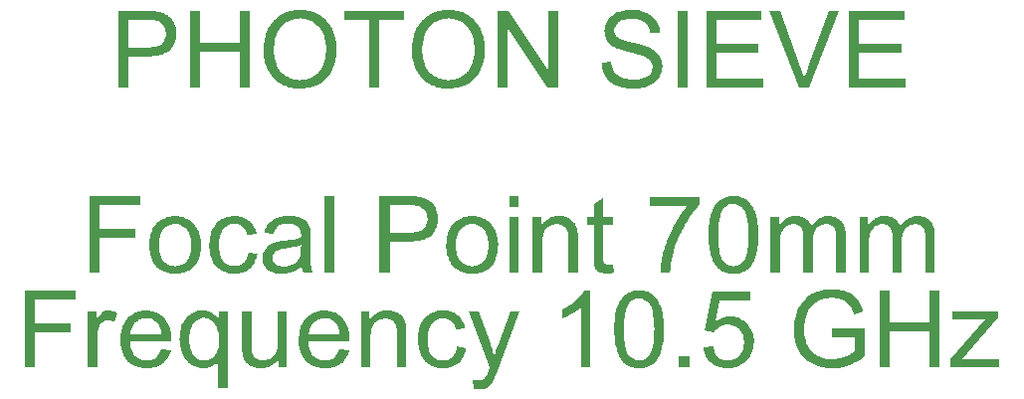
<source format=gto>
G04*
G04 #@! TF.GenerationSoftware,Altium Limited,Altium Designer,19.1.5 (86)*
G04*
G04 Layer_Color=65535*
%FSLAX25Y25*%
%MOIN*%
G70*
G01*
G75*
G36*
X522475Y541260D02*
X522780Y541232D01*
X523086Y541205D01*
X523447Y541177D01*
X524224Y541066D01*
X525085Y540899D01*
X525946Y540649D01*
X526779Y540344D01*
X526807D01*
X526862Y540288D01*
X527001Y540260D01*
X527140Y540177D01*
X527307Y540066D01*
X527529Y539955D01*
X528001Y539677D01*
X528556Y539288D01*
X529112Y538816D01*
X529639Y538289D01*
X530112Y537650D01*
X530139Y537622D01*
X530167Y537567D01*
X530223Y537483D01*
X530306Y537345D01*
X530389Y537178D01*
X530500Y536983D01*
X530584Y536734D01*
X530722Y536484D01*
X530945Y535900D01*
X531139Y535206D01*
X531306Y534456D01*
X531389Y533623D01*
X528140Y533373D01*
Y533401D01*
X528112Y533485D01*
Y533596D01*
X528084Y533762D01*
X528029Y533984D01*
X527973Y534206D01*
X527807Y534734D01*
X527584Y535317D01*
X527251Y535928D01*
X526862Y536511D01*
X526612Y536761D01*
X526335Y537011D01*
X526307Y537039D01*
X526279Y537067D01*
X526168Y537122D01*
X526057Y537206D01*
X525890Y537289D01*
X525696Y537400D01*
X525474Y537511D01*
X525224Y537650D01*
X524919Y537761D01*
X524585Y537872D01*
X524224Y537983D01*
X523835Y538067D01*
X523391Y538150D01*
X522919Y538205D01*
X522419Y538261D01*
X521614D01*
X521392Y538233D01*
X521142D01*
X520864Y538205D01*
X520531Y538178D01*
X520198Y538122D01*
X519448Y537983D01*
X518726Y537789D01*
X518032Y537511D01*
X517698Y537317D01*
X517421Y537122D01*
X517393D01*
X517365Y537067D01*
X517198Y536928D01*
X516976Y536678D01*
X516726Y536345D01*
X516476Y535956D01*
X516254Y535484D01*
X516088Y534984D01*
X516060Y534706D01*
X516032Y534401D01*
Y534373D01*
Y534345D01*
X516060Y534179D01*
X516088Y533929D01*
X516143Y533623D01*
X516282Y533262D01*
X516449Y532874D01*
X516671Y532513D01*
X517004Y532152D01*
X517060Y532124D01*
X517115Y532068D01*
X517226Y531985D01*
X517365Y531902D01*
X517532Y531818D01*
X517754Y531707D01*
X518004Y531568D01*
X518309Y531429D01*
X518670Y531291D01*
X519087Y531152D01*
X519559Y530985D01*
X520114Y530819D01*
X520697Y530652D01*
X521364Y530458D01*
X522114Y530291D01*
X522169D01*
X522308Y530263D01*
X522503Y530208D01*
X522780Y530124D01*
X523113Y530069D01*
X523502Y529958D01*
X523919Y529874D01*
X524363Y529736D01*
X525307Y529486D01*
X526251Y529236D01*
X526696Y529097D01*
X527084Y528958D01*
X527473Y528819D01*
X527779Y528680D01*
X527807D01*
X527890Y528625D01*
X528001Y528569D01*
X528140Y528486D01*
X528334Y528403D01*
X528556Y528264D01*
X529028Y527958D01*
X529584Y527597D01*
X530112Y527153D01*
X530639Y526625D01*
X530861Y526348D01*
X531083Y526070D01*
Y526042D01*
X531139Y525987D01*
X531194Y525903D01*
X531250Y525792D01*
X531333Y525653D01*
X531417Y525459D01*
X531639Y525015D01*
X531833Y524487D01*
X532000Y523876D01*
X532111Y523182D01*
X532166Y522432D01*
Y522404D01*
Y522349D01*
Y522238D01*
X532139Y522099D01*
Y521904D01*
X532111Y521710D01*
X532028Y521182D01*
X531889Y520599D01*
X531667Y519960D01*
X531361Y519294D01*
X531194Y518933D01*
X530972Y518600D01*
Y518572D01*
X530917Y518516D01*
X530861Y518433D01*
X530750Y518294D01*
X530500Y517989D01*
X530112Y517572D01*
X529639Y517128D01*
X529056Y516656D01*
X528390Y516212D01*
X527612Y515795D01*
X527584D01*
X527501Y515739D01*
X527390Y515712D01*
X527223Y515628D01*
X527029Y515573D01*
X526779Y515489D01*
X526501Y515379D01*
X526168Y515295D01*
X525835Y515212D01*
X525446Y515101D01*
X524613Y514962D01*
X523697Y514851D01*
X522697Y514795D01*
X522364D01*
X522114Y514823D01*
X521808D01*
X521475Y514851D01*
X521086Y514879D01*
X520642Y514934D01*
X519726Y515045D01*
X518753Y515212D01*
X517782Y515462D01*
X516837Y515795D01*
X516810D01*
X516726Y515851D01*
X516615Y515906D01*
X516449Y515989D01*
X516254Y516101D01*
X516032Y516212D01*
X515504Y516545D01*
X514921Y516961D01*
X514310Y517489D01*
X513699Y518100D01*
X513172Y518822D01*
X513144Y518850D01*
X513116Y518905D01*
X513061Y519016D01*
X512977Y519183D01*
X512866Y519377D01*
X512755Y519599D01*
X512616Y519877D01*
X512505Y520183D01*
X512366Y520488D01*
X512255Y520849D01*
X512033Y521655D01*
X511867Y522515D01*
X511811Y522987D01*
X511783Y523459D01*
X514977Y523737D01*
Y523709D01*
Y523654D01*
X515005Y523543D01*
X515032Y523404D01*
X515060Y523237D01*
X515088Y523071D01*
X515199Y522599D01*
X515338Y522099D01*
X515504Y521571D01*
X515727Y521043D01*
X516004Y520544D01*
X516032Y520488D01*
X516171Y520349D01*
X516365Y520127D01*
X516643Y519849D01*
X517004Y519516D01*
X517448Y519211D01*
X517976Y518878D01*
X518587Y518572D01*
X518615D01*
X518670Y518544D01*
X518753Y518516D01*
X518892Y518461D01*
X519059Y518405D01*
X519253Y518322D01*
X519476Y518267D01*
X519726Y518211D01*
X520309Y518072D01*
X521003Y517933D01*
X521725Y517850D01*
X522530Y517822D01*
X522863D01*
X523030Y517850D01*
X523224D01*
X523669Y517906D01*
X524196Y517961D01*
X524780Y518044D01*
X525363Y518183D01*
X525918Y518378D01*
X525946D01*
X525974Y518405D01*
X526057Y518433D01*
X526168Y518489D01*
X526418Y518628D01*
X526751Y518794D01*
X527112Y519016D01*
X527501Y519294D01*
X527834Y519599D01*
X528140Y519960D01*
X528168Y520016D01*
X528251Y520127D01*
X528390Y520349D01*
X528529Y520627D01*
X528640Y520960D01*
X528779Y521321D01*
X528862Y521738D01*
X528890Y522154D01*
Y522182D01*
Y522210D01*
Y522349D01*
X528862Y522599D01*
X528806Y522876D01*
X528723Y523210D01*
X528584Y523571D01*
X528417Y523932D01*
X528168Y524265D01*
X528140Y524293D01*
X528029Y524404D01*
X527862Y524570D01*
X527612Y524792D01*
X527307Y525015D01*
X526890Y525265D01*
X526418Y525515D01*
X525863Y525765D01*
X525807Y525792D01*
X525752Y525820D01*
X525640Y525848D01*
X525529Y525876D01*
X525363Y525931D01*
X525141Y526014D01*
X524919Y526070D01*
X524613Y526153D01*
X524307Y526264D01*
X523919Y526348D01*
X523502Y526459D01*
X523030Y526597D01*
X522530Y526709D01*
X521947Y526875D01*
X521308Y527014D01*
X521281D01*
X521170Y527042D01*
X520975Y527097D01*
X520753Y527153D01*
X520447Y527236D01*
X520114Y527320D01*
X519781Y527431D01*
X519392Y527542D01*
X518559Y527792D01*
X517754Y528069D01*
X517365Y528208D01*
X517004Y528347D01*
X516671Y528486D01*
X516393Y528625D01*
X516365D01*
X516310Y528680D01*
X516226Y528736D01*
X516088Y528791D01*
X515754Y528986D01*
X515366Y529263D01*
X514893Y529625D01*
X514449Y530013D01*
X514005Y530485D01*
X513644Y530985D01*
Y531013D01*
X513616Y531041D01*
X513560Y531124D01*
X513505Y531235D01*
X513366Y531541D01*
X513200Y531929D01*
X513033Y532402D01*
X512894Y532957D01*
X512783Y533568D01*
X512755Y534206D01*
Y534234D01*
Y534290D01*
Y534401D01*
X512783Y534540D01*
Y534706D01*
X512811Y534901D01*
X512894Y535401D01*
X513033Y535956D01*
X513200Y536539D01*
X513477Y537178D01*
X513838Y537817D01*
Y537844D01*
X513894Y537900D01*
X513949Y537983D01*
X514033Y538094D01*
X514310Y538400D01*
X514671Y538789D01*
X515116Y539205D01*
X515671Y539622D01*
X516310Y540038D01*
X517060Y540399D01*
X517087D01*
X517143Y540427D01*
X517282Y540483D01*
X517421Y540538D01*
X517615Y540594D01*
X517865Y540677D01*
X518143Y540760D01*
X518448Y540844D01*
X518781Y540927D01*
X519142Y541010D01*
X519920Y541149D01*
X520809Y541260D01*
X521753Y541288D01*
X522225D01*
X522475Y541260D01*
D02*
G37*
G36*
X393900Y515212D02*
X390512D01*
Y527292D01*
X377210D01*
Y515212D01*
X373822D01*
Y540844D01*
X377210D01*
Y530319D01*
X390512D01*
Y540844D01*
X393900D01*
Y515212D01*
D02*
G37*
G36*
X497260D02*
X493760D01*
X480320Y535317D01*
Y515212D01*
X477071D01*
Y540844D01*
X480542D01*
X494010Y520710D01*
Y540844D01*
X497260D01*
Y515212D01*
D02*
G37*
G36*
X581430D02*
X577931D01*
X567990Y540844D01*
X571683D01*
X578348Y522210D01*
Y522182D01*
X578376Y522099D01*
X578431Y521988D01*
X578487Y521821D01*
X578542Y521627D01*
X578626Y521405D01*
X578709Y521155D01*
X578820Y520849D01*
X579014Y520211D01*
X579237Y519516D01*
X579459Y518766D01*
X579681Y518017D01*
Y518044D01*
X579709Y518100D01*
X579736Y518239D01*
X579792Y518378D01*
X579847Y518572D01*
X579903Y518794D01*
X579986Y519044D01*
X580070Y519322D01*
X580264Y519960D01*
X580514Y520682D01*
X580792Y521432D01*
X581069Y522210D01*
X587984Y540844D01*
X591428D01*
X581430Y515212D01*
D02*
G37*
G36*
X613116Y537817D02*
X597954D01*
Y529986D01*
X612144D01*
Y526959D01*
X597954D01*
Y518239D01*
X613699D01*
Y515212D01*
X594566D01*
Y540844D01*
X613116D01*
Y537817D01*
D02*
G37*
G36*
X565352D02*
X550189D01*
Y529986D01*
X564380D01*
Y526959D01*
X550189D01*
Y518239D01*
X565935D01*
Y515212D01*
X546801D01*
Y540844D01*
X565352D01*
Y537817D01*
D02*
G37*
G36*
X540747Y515212D02*
X537359D01*
Y540844D01*
X540747D01*
Y515212D01*
D02*
G37*
G36*
X445746Y537817D02*
X437304D01*
Y515212D01*
X433916D01*
Y537817D01*
X425474D01*
Y540844D01*
X445746D01*
Y537817D01*
D02*
G37*
G36*
X360909Y540816D02*
X361548Y540788D01*
X362186Y540732D01*
X362797Y540677D01*
X363103Y540649D01*
X363353Y540594D01*
X363380D01*
X363436Y540566D01*
X363547D01*
X363658Y540538D01*
X363825Y540483D01*
X364019Y540455D01*
X364463Y540316D01*
X364963Y540149D01*
X365491Y539927D01*
X366019Y539677D01*
X366518Y539372D01*
X366546D01*
X366574Y539344D01*
X366740Y539205D01*
X366963Y539011D01*
X367268Y538733D01*
X367574Y538400D01*
X367935Y537956D01*
X368268Y537483D01*
X368573Y536900D01*
Y536872D01*
X368601Y536817D01*
X368657Y536734D01*
X368712Y536622D01*
X368768Y536484D01*
X368823Y536289D01*
X368990Y535873D01*
X369129Y535345D01*
X369268Y534762D01*
X369351Y534095D01*
X369379Y533401D01*
Y533373D01*
Y533262D01*
Y533096D01*
X369351Y532846D01*
X369323Y532568D01*
X369268Y532263D01*
X369212Y531902D01*
X369129Y531485D01*
X369018Y531069D01*
X368879Y530624D01*
X368712Y530180D01*
X368490Y529708D01*
X368268Y529236D01*
X367990Y528764D01*
X367657Y528319D01*
X367296Y527875D01*
X367268Y527847D01*
X367185Y527792D01*
X367074Y527681D01*
X366879Y527514D01*
X366657Y527347D01*
X366352Y527153D01*
X365991Y526959D01*
X365574Y526764D01*
X365074Y526542D01*
X364547Y526348D01*
X363908Y526153D01*
X363242Y525987D01*
X362464Y525848D01*
X361631Y525737D01*
X360742Y525653D01*
X359742Y525626D01*
X353189D01*
Y515212D01*
X349801D01*
Y540844D01*
X360353D01*
X360909Y540816D01*
D02*
G37*
G36*
X461075Y541260D02*
X461409Y541232D01*
X461769Y541205D01*
X462158Y541149D01*
X462603Y541066D01*
X463102Y540982D01*
X463602Y540871D01*
X464130Y540732D01*
X464685Y540566D01*
X465241Y540372D01*
X465796Y540149D01*
X466324Y539899D01*
X466879Y539594D01*
X466907Y539566D01*
X467018Y539511D01*
X467157Y539427D01*
X467351Y539288D01*
X467601Y539122D01*
X467851Y538900D01*
X468157Y538650D01*
X468490Y538372D01*
X468851Y538039D01*
X469212Y537678D01*
X469573Y537289D01*
X469934Y536872D01*
X470267Y536428D01*
X470628Y535928D01*
X470934Y535401D01*
X471239Y534845D01*
X471267Y534818D01*
X471295Y534706D01*
X471378Y534540D01*
X471461Y534318D01*
X471600Y534040D01*
X471711Y533679D01*
X471850Y533290D01*
X471989Y532846D01*
X472128Y532374D01*
X472267Y531846D01*
X472405Y531263D01*
X472516Y530680D01*
X472600Y530041D01*
X472683Y529375D01*
X472711Y528708D01*
X472739Y527986D01*
Y527930D01*
Y527819D01*
Y527597D01*
X472711Y527320D01*
X472683Y526986D01*
X472655Y526597D01*
X472600Y526153D01*
X472544Y525653D01*
X472461Y525126D01*
X472350Y524570D01*
X472239Y523987D01*
X472072Y523404D01*
X471878Y522793D01*
X471683Y522210D01*
X471433Y521599D01*
X471156Y521016D01*
X471128Y520988D01*
X471072Y520877D01*
X470989Y520710D01*
X470878Y520516D01*
X470711Y520266D01*
X470517Y519960D01*
X470267Y519627D01*
X470017Y519266D01*
X469712Y518905D01*
X469379Y518516D01*
X468990Y518128D01*
X468601Y517739D01*
X468184Y517378D01*
X467712Y517017D01*
X467212Y516656D01*
X466685Y516350D01*
X466657Y516323D01*
X466546Y516295D01*
X466407Y516212D01*
X466185Y516101D01*
X465907Y515989D01*
X465602Y515851D01*
X465241Y515712D01*
X464824Y515573D01*
X464380Y515434D01*
X463908Y515295D01*
X463380Y515156D01*
X462852Y515045D01*
X461686Y514851D01*
X461075Y514823D01*
X460464Y514795D01*
X460103D01*
X459853Y514823D01*
X459548Y514851D01*
X459159Y514879D01*
X458770Y514934D01*
X458298Y515018D01*
X457826Y515101D01*
X457299Y515212D01*
X456771Y515351D01*
X456215Y515517D01*
X455660Y515712D01*
X455105Y515962D01*
X454549Y516212D01*
X453994Y516517D01*
X453966Y516545D01*
X453883Y516600D01*
X453716Y516711D01*
X453522Y516850D01*
X453300Y517017D01*
X453022Y517239D01*
X452716Y517489D01*
X452383Y517767D01*
X452022Y518100D01*
X451689Y518461D01*
X451328Y518850D01*
X450967Y519266D01*
X450606Y519738D01*
X450273Y520211D01*
X449967Y520738D01*
X449662Y521293D01*
X449634Y521321D01*
X449606Y521432D01*
X449523Y521599D01*
X449440Y521821D01*
X449329Y522099D01*
X449218Y522432D01*
X449079Y522793D01*
X448940Y523237D01*
X448801Y523682D01*
X448662Y524182D01*
X448551Y524709D01*
X448440Y525265D01*
X448273Y526431D01*
X448245Y527070D01*
X448218Y527681D01*
Y527708D01*
Y527764D01*
Y527847D01*
Y527958D01*
X448245Y528125D01*
Y528292D01*
X448273Y528736D01*
X448329Y529263D01*
X448412Y529902D01*
X448495Y530569D01*
X448634Y531319D01*
X448829Y532124D01*
X449051Y532929D01*
X449329Y533762D01*
X449662Y534595D01*
X450051Y535428D01*
X450495Y536206D01*
X451022Y536983D01*
X451633Y537678D01*
X451661Y537706D01*
X451800Y537844D01*
X451994Y538011D01*
X452244Y538233D01*
X452605Y538511D01*
X452994Y538816D01*
X453466Y539150D01*
X454022Y539483D01*
X454633Y539816D01*
X455299Y540149D01*
X456021Y540455D01*
X456826Y540732D01*
X457659Y540955D01*
X458548Y541121D01*
X459492Y541260D01*
X460492Y541288D01*
X460825D01*
X461075Y541260D01*
D02*
G37*
G36*
X411367D02*
X411700Y541232D01*
X412061Y541205D01*
X412450Y541149D01*
X412894Y541066D01*
X413394Y540982D01*
X413894Y540871D01*
X414422Y540732D01*
X414977Y540566D01*
X415532Y540372D01*
X416088Y540149D01*
X416615Y539899D01*
X417171Y539594D01*
X417199Y539566D01*
X417310Y539511D01*
X417449Y539427D01*
X417643Y539288D01*
X417893Y539122D01*
X418143Y538900D01*
X418448Y538650D01*
X418782Y538372D01*
X419142Y538039D01*
X419503Y537678D01*
X419865Y537289D01*
X420226Y536872D01*
X420559Y536428D01*
X420920Y535928D01*
X421225Y535401D01*
X421531Y534845D01*
X421559Y534818D01*
X421586Y534706D01*
X421670Y534540D01*
X421753Y534318D01*
X421892Y534040D01*
X422003Y533679D01*
X422142Y533290D01*
X422281Y532846D01*
X422419Y532374D01*
X422558Y531846D01*
X422697Y531263D01*
X422808Y530680D01*
X422892Y530041D01*
X422975Y529375D01*
X423003Y528708D01*
X423030Y527986D01*
Y527930D01*
Y527819D01*
Y527597D01*
X423003Y527320D01*
X422975Y526986D01*
X422947Y526597D01*
X422892Y526153D01*
X422836Y525653D01*
X422753Y525126D01*
X422642Y524570D01*
X422531Y523987D01*
X422364Y523404D01*
X422169Y522793D01*
X421975Y522210D01*
X421725Y521599D01*
X421448Y521016D01*
X421420Y520988D01*
X421364Y520877D01*
X421281Y520710D01*
X421170Y520516D01*
X421003Y520266D01*
X420809Y519960D01*
X420559Y519627D01*
X420309Y519266D01*
X420003Y518905D01*
X419670Y518516D01*
X419281Y518128D01*
X418893Y517739D01*
X418476Y517378D01*
X418004Y517017D01*
X417504Y516656D01*
X416976Y516350D01*
X416949Y516323D01*
X416838Y516295D01*
X416699Y516212D01*
X416477Y516101D01*
X416199Y515989D01*
X415894Y515851D01*
X415532Y515712D01*
X415116Y515573D01*
X414672Y515434D01*
X414199Y515295D01*
X413672Y515156D01*
X413144Y515045D01*
X411978Y514851D01*
X411367Y514823D01*
X410756Y514795D01*
X410395D01*
X410145Y514823D01*
X409840Y514851D01*
X409451Y514879D01*
X409062Y514934D01*
X408590Y515018D01*
X408118Y515101D01*
X407590Y515212D01*
X407063Y515351D01*
X406507Y515517D01*
X405952Y515712D01*
X405396Y515962D01*
X404841Y516212D01*
X404286Y516517D01*
X404258Y516545D01*
X404175Y516600D01*
X404008Y516711D01*
X403814Y516850D01*
X403591Y517017D01*
X403314Y517239D01*
X403008Y517489D01*
X402675Y517767D01*
X402314Y518100D01*
X401981Y518461D01*
X401620Y518850D01*
X401259Y519266D01*
X400898Y519738D01*
X400564Y520211D01*
X400259Y520738D01*
X399954Y521293D01*
X399926Y521321D01*
X399898Y521432D01*
X399815Y521599D01*
X399731Y521821D01*
X399620Y522099D01*
X399509Y522432D01*
X399370Y522793D01*
X399231Y523237D01*
X399093Y523682D01*
X398954Y524182D01*
X398843Y524709D01*
X398732Y525265D01*
X398565Y526431D01*
X398537Y527070D01*
X398509Y527681D01*
Y527708D01*
Y527764D01*
Y527847D01*
Y527958D01*
X398537Y528125D01*
Y528292D01*
X398565Y528736D01*
X398621Y529263D01*
X398704Y529902D01*
X398787Y530569D01*
X398926Y531319D01*
X399120Y532124D01*
X399342Y532929D01*
X399620Y533762D01*
X399954Y534595D01*
X400342Y535428D01*
X400787Y536206D01*
X401314Y536983D01*
X401925Y537678D01*
X401953Y537706D01*
X402092Y537844D01*
X402286Y538011D01*
X402536Y538233D01*
X402897Y538511D01*
X403286Y538816D01*
X403758Y539150D01*
X404313Y539483D01*
X404924Y539816D01*
X405591Y540149D01*
X406313Y540455D01*
X407118Y540732D01*
X407951Y540955D01*
X408840Y541121D01*
X409784Y541260D01*
X410784Y541288D01*
X411117D01*
X411367Y541260D01*
D02*
G37*
G36*
X483986Y475245D02*
X480848D01*
Y478828D01*
X483986D01*
Y475245D01*
D02*
G37*
G36*
X497926Y472163D02*
X498093D01*
X498509Y472107D01*
X498981Y472052D01*
X499509Y471941D01*
X500036Y471774D01*
X500564Y471580D01*
X500592D01*
X500620Y471552D01*
X500786Y471468D01*
X501036Y471330D01*
X501369Y471163D01*
X501703Y470913D01*
X502064Y470663D01*
X502397Y470358D01*
X502675Y469997D01*
X502703Y469941D01*
X502786Y469830D01*
X502897Y469608D01*
X503063Y469330D01*
X503230Y468997D01*
X503369Y468608D01*
X503536Y468164D01*
X503647Y467664D01*
Y467636D01*
X503674Y467497D01*
X503702Y467275D01*
X503758Y466970D01*
X503786Y466553D01*
Y466303D01*
X503813Y466026D01*
Y465720D01*
X503841Y465359D01*
Y464998D01*
Y464609D01*
Y453196D01*
X500703D01*
Y464498D01*
Y464526D01*
Y464582D01*
Y464693D01*
Y464804D01*
Y464970D01*
X500675Y465165D01*
X500647Y465581D01*
X500620Y466053D01*
X500536Y466526D01*
X500453Y466970D01*
X500314Y467359D01*
X500286Y467414D01*
X500231Y467525D01*
X500148Y467692D01*
X500009Y467914D01*
X499842Y468164D01*
X499620Y468414D01*
X499342Y468664D01*
X499009Y468886D01*
X498981Y468914D01*
X498842Y468969D01*
X498648Y469080D01*
X498398Y469191D01*
X498065Y469275D01*
X497704Y469386D01*
X497287Y469441D01*
X496815Y469469D01*
X496621D01*
X496482Y469441D01*
X496315D01*
X496093Y469414D01*
X495621Y469303D01*
X495093Y469164D01*
X494510Y468941D01*
X493927Y468608D01*
X493622Y468414D01*
X493344Y468192D01*
X493316Y468164D01*
X493288Y468136D01*
X493205Y468053D01*
X493122Y467942D01*
X493011Y467775D01*
X492900Y467608D01*
X492761Y467386D01*
X492622Y467109D01*
X492483Y466803D01*
X492344Y466442D01*
X492233Y466053D01*
X492122Y465609D01*
X492039Y465109D01*
X491956Y464582D01*
X491928Y463971D01*
X491900Y463332D01*
Y453196D01*
X488762D01*
Y471774D01*
X491595D01*
Y469108D01*
X491622Y469136D01*
X491678Y469247D01*
X491817Y469386D01*
X491983Y469580D01*
X492178Y469830D01*
X492428Y470080D01*
X492733Y470358D01*
X493094Y470663D01*
X493483Y470941D01*
X493927Y471219D01*
X494399Y471468D01*
X494927Y471719D01*
X495510Y471913D01*
X496121Y472052D01*
X496788Y472163D01*
X497482Y472191D01*
X497759D01*
X497926Y472163D01*
D02*
G37*
G36*
X618059D02*
X618309Y472135D01*
X618559Y472107D01*
X618864Y472052D01*
X619198Y471996D01*
X619864Y471802D01*
X620586Y471524D01*
X620919Y471357D01*
X621253Y471163D01*
X621586Y470913D01*
X621864Y470636D01*
X621891Y470608D01*
X621919Y470552D01*
X622002Y470469D01*
X622086Y470358D01*
X622225Y470191D01*
X622336Y469997D01*
X622474Y469747D01*
X622613Y469469D01*
X622752Y469164D01*
X622891Y468830D01*
X623030Y468442D01*
X623141Y468025D01*
X623224Y467553D01*
X623308Y467053D01*
X623335Y466526D01*
X623363Y465942D01*
Y453196D01*
X620225D01*
Y464887D01*
Y464915D01*
Y464970D01*
Y465082D01*
Y465193D01*
X620197Y465526D01*
Y465942D01*
X620142Y466387D01*
X620086Y466831D01*
X620031Y467247D01*
X619920Y467608D01*
Y467636D01*
X619864Y467747D01*
X619781Y467886D01*
X619670Y468081D01*
X619503Y468303D01*
X619337Y468525D01*
X619087Y468747D01*
X618809Y468941D01*
X618781Y468969D01*
X618670Y469025D01*
X618503Y469108D01*
X618281Y469219D01*
X618004Y469303D01*
X617670Y469386D01*
X617309Y469441D01*
X616921Y469469D01*
X616726D01*
X616587Y469441D01*
X616421D01*
X616226Y469414D01*
X615782Y469303D01*
X615254Y469164D01*
X614699Y468914D01*
X614171Y468608D01*
X613894Y468386D01*
X613644Y468164D01*
Y468136D01*
X613588Y468108D01*
X613532Y468025D01*
X613449Y467914D01*
X613338Y467775D01*
X613227Y467608D01*
X613116Y467386D01*
X613005Y467164D01*
X612866Y466887D01*
X612755Y466581D01*
X612644Y466220D01*
X612533Y465859D01*
X612450Y465443D01*
X612394Y464970D01*
X612366Y464498D01*
X612338Y463971D01*
Y453196D01*
X609200D01*
Y465248D01*
Y465276D01*
Y465331D01*
Y465443D01*
Y465609D01*
X609173Y465776D01*
Y465970D01*
X609117Y466442D01*
X609006Y466942D01*
X608867Y467470D01*
X608673Y467970D01*
X608423Y468414D01*
X608395Y468469D01*
X608284Y468580D01*
X608090Y468747D01*
X607840Y468941D01*
X607479Y469136D01*
X607062Y469303D01*
X606534Y469414D01*
X605924Y469469D01*
X605701D01*
X605451Y469441D01*
X605118Y469386D01*
X604729Y469303D01*
X604313Y469164D01*
X603896Y468997D01*
X603452Y468747D01*
X603397Y468719D01*
X603258Y468608D01*
X603063Y468469D01*
X602841Y468220D01*
X602563Y467942D01*
X602286Y467581D01*
X602036Y467164D01*
X601814Y466692D01*
Y466664D01*
X601786Y466637D01*
X601758Y466553D01*
X601730Y466442D01*
X601702Y466303D01*
X601647Y466137D01*
X601619Y465942D01*
X601564Y465720D01*
X601508Y465443D01*
X601480Y465165D01*
X601425Y464859D01*
X601397Y464498D01*
X601369Y464137D01*
X601341Y463721D01*
X601314Y463304D01*
Y462832D01*
Y453196D01*
X598176D01*
Y471774D01*
X600981D01*
Y469191D01*
X601036Y469219D01*
X601147Y469386D01*
X601341Y469636D01*
X601619Y469941D01*
X601953Y470302D01*
X602341Y470663D01*
X602785Y471024D01*
X603313Y471357D01*
X603341D01*
X603369Y471385D01*
X603452Y471441D01*
X603563Y471496D01*
X603702Y471552D01*
X603869Y471635D01*
X604257Y471774D01*
X604757Y471941D01*
X605313Y472052D01*
X605951Y472163D01*
X606618Y472191D01*
X606951D01*
X607145Y472163D01*
X607340Y472135D01*
X607812Y472080D01*
X608340Y471968D01*
X608895Y471830D01*
X609450Y471607D01*
X609978Y471330D01*
X610006D01*
X610034Y471302D01*
X610200Y471163D01*
X610422Y470969D01*
X610728Y470719D01*
X611033Y470358D01*
X611339Y469969D01*
X611616Y469497D01*
X611866Y468941D01*
X611894Y468969D01*
X611977Y469080D01*
X612088Y469247D01*
X612283Y469441D01*
X612477Y469691D01*
X612755Y469969D01*
X613061Y470274D01*
X613421Y470580D01*
X613810Y470858D01*
X614255Y471163D01*
X614727Y471441D01*
X615227Y471691D01*
X615782Y471885D01*
X616365Y472052D01*
X616976Y472163D01*
X617615Y472191D01*
X617892D01*
X618059Y472163D01*
D02*
G37*
G36*
X588234D02*
X588484Y472135D01*
X588734Y472107D01*
X589039Y472052D01*
X589373Y471996D01*
X590039Y471802D01*
X590761Y471524D01*
X591094Y471357D01*
X591428Y471163D01*
X591761Y470913D01*
X592039Y470636D01*
X592066Y470608D01*
X592094Y470552D01*
X592177Y470469D01*
X592261Y470358D01*
X592400Y470191D01*
X592511Y469997D01*
X592650Y469747D01*
X592788Y469469D01*
X592927Y469164D01*
X593066Y468830D01*
X593205Y468442D01*
X593316Y468025D01*
X593399Y467553D01*
X593483Y467053D01*
X593510Y466526D01*
X593538Y465942D01*
Y453196D01*
X590400D01*
Y464887D01*
Y464915D01*
Y464970D01*
Y465082D01*
Y465193D01*
X590372Y465526D01*
Y465942D01*
X590317Y466387D01*
X590261Y466831D01*
X590206Y467247D01*
X590095Y467608D01*
Y467636D01*
X590039Y467747D01*
X589956Y467886D01*
X589845Y468081D01*
X589678Y468303D01*
X589511Y468525D01*
X589262Y468747D01*
X588984Y468941D01*
X588956Y468969D01*
X588845Y469025D01*
X588678Y469108D01*
X588456Y469219D01*
X588178Y469303D01*
X587845Y469386D01*
X587484Y469441D01*
X587095Y469469D01*
X586901D01*
X586762Y469441D01*
X586596D01*
X586401Y469414D01*
X585957Y469303D01*
X585429Y469164D01*
X584874Y468914D01*
X584346Y468608D01*
X584069Y468386D01*
X583819Y468164D01*
Y468136D01*
X583763Y468108D01*
X583708Y468025D01*
X583624Y467914D01*
X583513Y467775D01*
X583402Y467608D01*
X583291Y467386D01*
X583180Y467164D01*
X583041Y466887D01*
X582930Y466581D01*
X582819Y466220D01*
X582708Y465859D01*
X582624Y465443D01*
X582569Y464970D01*
X582541Y464498D01*
X582514Y463971D01*
Y453196D01*
X579375D01*
Y465248D01*
Y465276D01*
Y465331D01*
Y465443D01*
Y465609D01*
X579348Y465776D01*
Y465970D01*
X579292Y466442D01*
X579181Y466942D01*
X579042Y467470D01*
X578848Y467970D01*
X578598Y468414D01*
X578570Y468469D01*
X578459Y468580D01*
X578265Y468747D01*
X578015Y468941D01*
X577654Y469136D01*
X577237Y469303D01*
X576710Y469414D01*
X576099Y469469D01*
X575876D01*
X575627Y469441D01*
X575293Y469386D01*
X574904Y469303D01*
X574488Y469164D01*
X574071Y468997D01*
X573627Y468747D01*
X573571Y468719D01*
X573433Y468608D01*
X573238Y468469D01*
X573016Y468220D01*
X572738Y467942D01*
X572461Y467581D01*
X572211Y467164D01*
X571989Y466692D01*
Y466664D01*
X571961Y466637D01*
X571933Y466553D01*
X571905Y466442D01*
X571877Y466303D01*
X571822Y466137D01*
X571794Y465942D01*
X571739Y465720D01*
X571683Y465443D01*
X571655Y465165D01*
X571600Y464859D01*
X571572Y464498D01*
X571544Y464137D01*
X571517Y463721D01*
X571489Y463304D01*
Y462832D01*
Y453196D01*
X568351D01*
Y471774D01*
X571156D01*
Y469191D01*
X571211Y469219D01*
X571322Y469386D01*
X571517Y469636D01*
X571794Y469941D01*
X572127Y470302D01*
X572516Y470663D01*
X572961Y471024D01*
X573488Y471357D01*
X573516D01*
X573544Y471385D01*
X573627Y471441D01*
X573738Y471496D01*
X573877Y471552D01*
X574044Y471635D01*
X574432Y471774D01*
X574932Y471941D01*
X575488Y472052D01*
X576126Y472163D01*
X576793Y472191D01*
X577126D01*
X577320Y472163D01*
X577515Y472135D01*
X577987Y472080D01*
X578515Y471968D01*
X579070Y471830D01*
X579625Y471607D01*
X580153Y471330D01*
X580181D01*
X580208Y471302D01*
X580375Y471163D01*
X580597Y470969D01*
X580903Y470719D01*
X581208Y470358D01*
X581514Y469969D01*
X581791Y469497D01*
X582041Y468941D01*
X582069Y468969D01*
X582152Y469080D01*
X582264Y469247D01*
X582458Y469441D01*
X582652Y469691D01*
X582930Y469969D01*
X583236Y470274D01*
X583597Y470580D01*
X583985Y470858D01*
X584430Y471163D01*
X584902Y471441D01*
X585401Y471691D01*
X585957Y471885D01*
X586540Y472052D01*
X587151Y472163D01*
X587790Y472191D01*
X588067D01*
X588234Y472163D01*
D02*
G37*
G36*
X389318D02*
X389567Y472135D01*
X389873Y472107D01*
X390206Y472052D01*
X390567Y471996D01*
X391345Y471802D01*
X392178Y471524D01*
X392594Y471357D01*
X393011Y471163D01*
X393400Y470913D01*
X393761Y470636D01*
X393789Y470608D01*
X393844Y470552D01*
X393955Y470469D01*
X394066Y470358D01*
X394233Y470191D01*
X394399Y469997D01*
X394594Y469775D01*
X394788Y469525D01*
X395010Y469219D01*
X395205Y468914D01*
X395427Y468553D01*
X395621Y468164D01*
X395788Y467747D01*
X395955Y467303D01*
X396121Y466803D01*
X396232Y466303D01*
X393178Y465831D01*
Y465859D01*
X393150Y465914D01*
X393122Y465998D01*
X393094Y466137D01*
X392983Y466470D01*
X392817Y466887D01*
X392594Y467331D01*
X392344Y467803D01*
X392011Y468247D01*
X391622Y468636D01*
X391567Y468692D01*
X391428Y468803D01*
X391178Y468941D01*
X390873Y469136D01*
X390484Y469303D01*
X390040Y469469D01*
X389512Y469580D01*
X388957Y469608D01*
X388734D01*
X388568Y469580D01*
X388346Y469552D01*
X388123Y469525D01*
X387568Y469386D01*
X386957Y469191D01*
X386652Y469053D01*
X386318Y468886D01*
X386013Y468692D01*
X385680Y468442D01*
X385374Y468192D01*
X385097Y467886D01*
X385069Y467858D01*
X385041Y467803D01*
X384958Y467720D01*
X384874Y467553D01*
X384763Y467386D01*
X384624Y467164D01*
X384486Y466887D01*
X384374Y466581D01*
X384236Y466220D01*
X384097Y465831D01*
X383958Y465387D01*
X383847Y464887D01*
X383764Y464359D01*
X383680Y463804D01*
X383652Y463165D01*
X383625Y462499D01*
Y462471D01*
Y462332D01*
Y462138D01*
X383652Y461888D01*
X383680Y461582D01*
X383708Y461221D01*
X383736Y460833D01*
X383791Y460416D01*
X383958Y459527D01*
X384236Y458611D01*
X384374Y458194D01*
X384569Y457778D01*
X384791Y457389D01*
X385041Y457056D01*
X385069Y457028D01*
X385097Y456973D01*
X385180Y456889D01*
X385291Y456806D01*
X385457Y456667D01*
X385624Y456528D01*
X385819Y456362D01*
X386041Y456223D01*
X386596Y455890D01*
X387235Y455640D01*
X387596Y455529D01*
X387957Y455445D01*
X388373Y455390D01*
X388790Y455362D01*
X388957D01*
X389095Y455390D01*
X389262D01*
X389429Y455417D01*
X389873Y455501D01*
X390345Y455640D01*
X390873Y455834D01*
X391372Y456112D01*
X391872Y456473D01*
X391900Y456500D01*
X391928Y456528D01*
X392067Y456695D01*
X392289Y456973D01*
X392400Y457139D01*
X392539Y457334D01*
X392678Y457584D01*
X392817Y457833D01*
X392928Y458111D01*
X393067Y458444D01*
X393178Y458778D01*
X393289Y459166D01*
X393372Y459555D01*
X393455Y460000D01*
X396538Y459583D01*
Y459555D01*
X396510Y459444D01*
X396482Y459277D01*
X396427Y459055D01*
X396343Y458778D01*
X396260Y458472D01*
X396149Y458139D01*
X396010Y457750D01*
X395677Y456973D01*
X395455Y456556D01*
X395205Y456140D01*
X394955Y455723D01*
X394649Y455306D01*
X394288Y454945D01*
X393927Y454584D01*
X393900Y454557D01*
X393844Y454501D01*
X393705Y454418D01*
X393566Y454307D01*
X393344Y454168D01*
X393122Y454001D01*
X392817Y453862D01*
X392511Y453696D01*
X392150Y453501D01*
X391761Y453363D01*
X391345Y453196D01*
X390900Y453057D01*
X390401Y452946D01*
X389901Y452863D01*
X389373Y452807D01*
X388818Y452779D01*
X388651D01*
X388457Y452807D01*
X388179D01*
X387874Y452863D01*
X387485Y452918D01*
X387068Y452974D01*
X386624Y453085D01*
X386152Y453224D01*
X385652Y453390D01*
X385152Y453585D01*
X384624Y453835D01*
X384125Y454112D01*
X383625Y454446D01*
X383153Y454807D01*
X382708Y455251D01*
X382681Y455279D01*
X382597Y455362D01*
X382486Y455501D01*
X382347Y455723D01*
X382181Y455973D01*
X381986Y456278D01*
X381764Y456667D01*
X381570Y457084D01*
X381348Y457556D01*
X381125Y458083D01*
X380931Y458667D01*
X380764Y459305D01*
X380626Y460000D01*
X380515Y460749D01*
X380431Y461555D01*
X380403Y462388D01*
Y462416D01*
Y462527D01*
Y462693D01*
X380431Y462888D01*
Y463165D01*
X380459Y463471D01*
X380487Y463804D01*
X380515Y464193D01*
X380653Y464998D01*
X380820Y465887D01*
X381042Y466803D01*
X381375Y467664D01*
Y467692D01*
X381431Y467775D01*
X381486Y467886D01*
X381570Y468025D01*
X381681Y468220D01*
X381792Y468442D01*
X382125Y468941D01*
X382542Y469469D01*
X383069Y470052D01*
X383680Y470580D01*
X384402Y471052D01*
X384430D01*
X384486Y471107D01*
X384597Y471163D01*
X384763Y471219D01*
X384958Y471330D01*
X385180Y471413D01*
X385430Y471524D01*
X385707Y471635D01*
X386041Y471719D01*
X386374Y471830D01*
X387124Y472024D01*
X387957Y472135D01*
X388818Y472191D01*
X389123D01*
X389318Y472163D01*
D02*
G37*
G36*
X544468Y476023D02*
X544441Y475995D01*
X544357Y475912D01*
X544219Y475745D01*
X544052Y475551D01*
X543830Y475273D01*
X543552Y474968D01*
X543274Y474607D01*
X542941Y474190D01*
X542580Y473718D01*
X542191Y473190D01*
X541775Y472607D01*
X541358Y471996D01*
X540942Y471357D01*
X540497Y470636D01*
X540025Y469886D01*
X539581Y469108D01*
X539553Y469053D01*
X539470Y468914D01*
X539359Y468692D01*
X539192Y468358D01*
X538998Y467970D01*
X538748Y467497D01*
X538498Y466970D01*
X538220Y466387D01*
X537943Y465748D01*
X537637Y465054D01*
X537332Y464304D01*
X537026Y463554D01*
X536721Y462749D01*
X536415Y461916D01*
X535888Y460222D01*
Y460194D01*
X535860Y460083D01*
X535804Y459889D01*
X535749Y459666D01*
X535666Y459361D01*
X535582Y459000D01*
X535471Y458583D01*
X535388Y458139D01*
X535277Y457639D01*
X535193Y457084D01*
X535082Y456500D01*
X534999Y455890D01*
X534888Y455251D01*
X534805Y454584D01*
X534693Y453196D01*
X531472D01*
Y453224D01*
Y453335D01*
Y453501D01*
X531500Y453723D01*
X531528Y454029D01*
X531556Y454362D01*
X531583Y454779D01*
X531639Y455223D01*
X531694Y455751D01*
X531778Y456278D01*
X531861Y456889D01*
X531972Y457528D01*
X532111Y458222D01*
X532250Y458944D01*
X532444Y459694D01*
X532639Y460472D01*
X532666Y460527D01*
X532694Y460666D01*
X532750Y460888D01*
X532861Y461194D01*
X532972Y461582D01*
X533111Y462054D01*
X533277Y462554D01*
X533472Y463110D01*
X533694Y463721D01*
X533944Y464387D01*
X534194Y465082D01*
X534499Y465776D01*
X535138Y467247D01*
X535888Y468747D01*
X535915Y468803D01*
X535999Y468914D01*
X536110Y469136D01*
X536249Y469414D01*
X536471Y469747D01*
X536693Y470136D01*
X536971Y470580D01*
X537248Y471080D01*
X537582Y471580D01*
X537943Y472135D01*
X538720Y473246D01*
X539553Y474384D01*
X539998Y474940D01*
X540442Y475467D01*
X527890D01*
Y478494D01*
X544468D01*
Y476023D01*
D02*
G37*
G36*
X483986Y453196D02*
X480848D01*
Y471774D01*
X483986D01*
Y453196D01*
D02*
G37*
G36*
X448523Y478800D02*
X449162Y478772D01*
X449801Y478717D01*
X450412Y478661D01*
X450717Y478633D01*
X450967Y478578D01*
X450995D01*
X451050Y478550D01*
X451161D01*
X451272Y478522D01*
X451439Y478467D01*
X451633Y478439D01*
X452078Y478300D01*
X452578Y478133D01*
X453105Y477911D01*
X453633Y477661D01*
X454133Y477356D01*
X454160D01*
X454188Y477328D01*
X454355Y477189D01*
X454577Y476995D01*
X454882Y476717D01*
X455188Y476384D01*
X455549Y475940D01*
X455882Y475467D01*
X456188Y474884D01*
Y474857D01*
X456215Y474801D01*
X456271Y474718D01*
X456327Y474607D01*
X456382Y474468D01*
X456438Y474273D01*
X456604Y473857D01*
X456743Y473329D01*
X456882Y472746D01*
X456965Y472080D01*
X456993Y471385D01*
Y471357D01*
Y471246D01*
Y471080D01*
X456965Y470830D01*
X456938Y470552D01*
X456882Y470247D01*
X456826Y469886D01*
X456743Y469469D01*
X456632Y469053D01*
X456493Y468608D01*
X456327Y468164D01*
X456104Y467692D01*
X455882Y467220D01*
X455605Y466748D01*
X455271Y466303D01*
X454910Y465859D01*
X454882Y465831D01*
X454799Y465776D01*
X454688Y465665D01*
X454494Y465498D01*
X454272Y465331D01*
X453966Y465137D01*
X453605Y464943D01*
X453189Y464748D01*
X452689Y464526D01*
X452161Y464332D01*
X451522Y464137D01*
X450856Y463971D01*
X450078Y463832D01*
X449245Y463721D01*
X448357Y463637D01*
X447357Y463610D01*
X440803D01*
Y453196D01*
X437415D01*
Y478828D01*
X447968D01*
X448523Y478800D01*
D02*
G37*
G36*
X422197Y453196D02*
X419059D01*
Y478828D01*
X422197D01*
Y453196D01*
D02*
G37*
G36*
X407674Y472163D02*
X407924D01*
X408451Y472107D01*
X409062Y472052D01*
X409701Y471941D01*
X410339Y471802D01*
X410923Y471607D01*
X410950D01*
X410978Y471580D01*
X411061Y471552D01*
X411172Y471496D01*
X411422Y471385D01*
X411756Y471219D01*
X412117Y471024D01*
X412478Y470774D01*
X412811Y470497D01*
X413116Y470191D01*
X413144Y470163D01*
X413228Y470052D01*
X413366Y469858D01*
X413505Y469608D01*
X413672Y469303D01*
X413838Y468941D01*
X414005Y468525D01*
X414116Y468053D01*
Y468025D01*
X414144Y467886D01*
X414172Y467692D01*
X414199Y467386D01*
X414227Y466998D01*
X414255Y466498D01*
Y466192D01*
X414283Y465887D01*
Y465554D01*
Y465165D01*
Y460971D01*
Y460916D01*
Y460777D01*
Y460555D01*
Y460277D01*
Y459916D01*
Y459527D01*
X414311Y459083D01*
Y458639D01*
X414338Y457695D01*
Y457223D01*
X414366Y456778D01*
X414394Y456362D01*
X414422Y456001D01*
X414449Y455667D01*
X414477Y455417D01*
Y455362D01*
X414505Y455223D01*
X414561Y455001D01*
X414644Y454696D01*
X414755Y454362D01*
X414894Y454001D01*
X415060Y453585D01*
X415255Y453196D01*
X411978D01*
X411950Y453251D01*
X411895Y453363D01*
X411811Y453585D01*
X411728Y453862D01*
X411617Y454196D01*
X411506Y454584D01*
X411422Y455029D01*
X411367Y455529D01*
X411339Y455501D01*
X411284Y455473D01*
X411200Y455390D01*
X411061Y455279D01*
X410895Y455168D01*
X410728Y455001D01*
X410284Y454696D01*
X409756Y454334D01*
X409201Y453973D01*
X408590Y453668D01*
X407979Y453390D01*
X407951D01*
X407896Y453363D01*
X407812Y453335D01*
X407701Y453307D01*
X407562Y453251D01*
X407368Y453196D01*
X406952Y453085D01*
X406424Y452974D01*
X405841Y452863D01*
X405202Y452807D01*
X404508Y452779D01*
X404202D01*
X404008Y452807D01*
X403758Y452835D01*
X403452Y452863D01*
X403119Y452890D01*
X402786Y452974D01*
X402008Y453140D01*
X401231Y453390D01*
X400870Y453557D01*
X400481Y453779D01*
X400148Y454001D01*
X399815Y454251D01*
X399787Y454279D01*
X399731Y454334D01*
X399676Y454418D01*
X399565Y454529D01*
X399426Y454668D01*
X399287Y454862D01*
X399148Y455056D01*
X399009Y455306D01*
X398704Y455834D01*
X398426Y456500D01*
X398315Y456861D01*
X398259Y457250D01*
X398204Y457667D01*
X398176Y458083D01*
Y458111D01*
Y458139D01*
Y458306D01*
X398204Y458583D01*
X398259Y458917D01*
X398315Y459305D01*
X398426Y459722D01*
X398593Y460138D01*
X398787Y460583D01*
X398815Y460638D01*
X398898Y460777D01*
X399037Y460971D01*
X399231Y461249D01*
X399454Y461527D01*
X399731Y461832D01*
X400037Y462110D01*
X400398Y462388D01*
X400453Y462416D01*
X400592Y462499D01*
X400787Y462638D01*
X401064Y462777D01*
X401398Y462943D01*
X401786Y463110D01*
X402231Y463276D01*
X402675Y463415D01*
X402731D01*
X402842Y463471D01*
X403064Y463499D01*
X403369Y463582D01*
X403758Y463637D01*
X404258Y463721D01*
X404813Y463804D01*
X405480Y463887D01*
X405535D01*
X405646Y463915D01*
X405841Y463943D01*
X406091Y463971D01*
X406424Y464026D01*
X406785Y464082D01*
X407174Y464137D01*
X407618Y464193D01*
X408534Y464359D01*
X409451Y464554D01*
X409895Y464665D01*
X410339Y464776D01*
X410728Y464887D01*
X411089Y464998D01*
Y465026D01*
Y465109D01*
Y465220D01*
X411117Y465331D01*
Y465609D01*
Y465720D01*
Y465803D01*
Y465831D01*
Y465887D01*
Y465998D01*
Y466109D01*
X411061Y466442D01*
X411006Y466859D01*
X410895Y467303D01*
X410728Y467747D01*
X410506Y468164D01*
X410201Y468497D01*
X410145Y468553D01*
X410089Y468608D01*
X409978Y468664D01*
X409840Y468747D01*
X409701Y468830D01*
X409312Y469053D01*
X408812Y469247D01*
X408201Y469414D01*
X407479Y469525D01*
X406646Y469580D01*
X406285D01*
X406091Y469552D01*
X405896D01*
X405396Y469497D01*
X404869Y469386D01*
X404341Y469247D01*
X403814Y469053D01*
X403369Y468803D01*
X403314Y468775D01*
X403203Y468664D01*
X403008Y468442D01*
X402786Y468164D01*
X402536Y467803D01*
X402258Y467303D01*
X402036Y466748D01*
X401925Y466414D01*
X401814Y466053D01*
X398732Y466470D01*
Y466498D01*
X398759Y466553D01*
X398787Y466664D01*
X398815Y466803D01*
X398870Y466970D01*
X398926Y467164D01*
X399065Y467608D01*
X399259Y468108D01*
X399481Y468636D01*
X399759Y469164D01*
X400092Y469636D01*
Y469663D01*
X400148Y469691D01*
X400287Y469830D01*
X400509Y470052D01*
X400814Y470330D01*
X401203Y470636D01*
X401675Y470941D01*
X402231Y471246D01*
X402869Y471524D01*
X402897D01*
X402953Y471552D01*
X403064Y471580D01*
X403203Y471635D01*
X403369Y471691D01*
X403564Y471746D01*
X403814Y471802D01*
X404091Y471857D01*
X404369Y471913D01*
X404702Y471968D01*
X405424Y472080D01*
X406229Y472163D01*
X407090Y472191D01*
X407479D01*
X407674Y472163D01*
D02*
G37*
G36*
X357410Y475801D02*
X343525D01*
Y467858D01*
X355549D01*
Y464831D01*
X343525D01*
Y453196D01*
X340137D01*
Y478828D01*
X357410D01*
Y475801D01*
D02*
G37*
G36*
X512339Y471774D02*
X515532D01*
Y469330D01*
X512339D01*
Y458444D01*
Y458417D01*
Y458389D01*
Y458222D01*
Y458000D01*
X512366Y457722D01*
Y457445D01*
X512422Y457167D01*
X512450Y456917D01*
X512505Y456723D01*
Y456695D01*
X512533Y456667D01*
X512644Y456500D01*
X512811Y456306D01*
X513033Y456112D01*
X513061D01*
X513116Y456084D01*
X513200Y456056D01*
X513311Y456001D01*
X513477Y455973D01*
X513644Y455917D01*
X513866Y455890D01*
X514338D01*
X514505Y455917D01*
X514699D01*
X514949Y455945D01*
X515227Y455973D01*
X515532Y456001D01*
X515949Y453224D01*
X515893D01*
X515727Y453168D01*
X515477Y453140D01*
X515143Y453085D01*
X514782Y453029D01*
X514394Y453001D01*
X513560Y452946D01*
X513283D01*
X512977Y452974D01*
X512589Y453001D01*
X512144Y453085D01*
X511700Y453168D01*
X511283Y453307D01*
X510895Y453474D01*
X510867Y453501D01*
X510756Y453585D01*
X510589Y453696D01*
X510367Y453862D01*
X510145Y454057D01*
X509923Y454307D01*
X509728Y454584D01*
X509562Y454890D01*
X509534Y454945D01*
X509506Y455084D01*
X509478Y455195D01*
X509451Y455334D01*
X509423Y455501D01*
X509395Y455695D01*
X509340Y455917D01*
X509312Y456195D01*
X509284Y456500D01*
X509256Y456834D01*
X509228Y457223D01*
Y457639D01*
X509201Y458111D01*
Y458611D01*
Y469330D01*
X506868D01*
Y471774D01*
X509201D01*
Y476356D01*
X512339Y478244D01*
Y471774D01*
D02*
G37*
G36*
X556465Y478883D02*
X556660Y478855D01*
X557159Y478800D01*
X557715Y478717D01*
X558326Y478550D01*
X558937Y478356D01*
X559548Y478078D01*
X559575D01*
X559631Y478050D01*
X559714Y477994D01*
X559825Y477911D01*
X560103Y477745D01*
X560464Y477467D01*
X560881Y477134D01*
X561297Y476717D01*
X561741Y476217D01*
X562130Y475662D01*
Y475634D01*
X562186Y475578D01*
X562214Y475495D01*
X562297Y475384D01*
X562380Y475245D01*
X562491Y475051D01*
X562575Y474829D01*
X562713Y474607D01*
X562963Y474051D01*
X563213Y473412D01*
X563491Y472663D01*
X563713Y471857D01*
Y471830D01*
X563741Y471746D01*
X563769Y471635D01*
X563797Y471441D01*
X563852Y471219D01*
X563907Y470941D01*
X563963Y470636D01*
X564019Y470274D01*
X564046Y469858D01*
X564102Y469414D01*
X564157Y468914D01*
X564213Y468386D01*
X564241Y467803D01*
X564269Y467192D01*
X564296Y466526D01*
Y465831D01*
Y465776D01*
Y465637D01*
Y465387D01*
Y465082D01*
X564269Y464693D01*
X564241Y464276D01*
X564213Y463776D01*
X564185Y463249D01*
X564130Y462666D01*
X564074Y462082D01*
X563907Y460860D01*
X563658Y459666D01*
X563519Y459083D01*
X563352Y458556D01*
Y458528D01*
X563297Y458444D01*
X563269Y458278D01*
X563186Y458111D01*
X563074Y457861D01*
X562963Y457611D01*
X562824Y457306D01*
X562658Y456973D01*
X562269Y456278D01*
X561797Y455584D01*
X561242Y454890D01*
X560908Y454584D01*
X560575Y454279D01*
X560547Y454251D01*
X560492Y454223D01*
X560381Y454140D01*
X560242Y454057D01*
X560075Y453946D01*
X559853Y453807D01*
X559603Y453668D01*
X559298Y453529D01*
X558992Y453390D01*
X558631Y453251D01*
X558270Y453140D01*
X557854Y453001D01*
X557409Y452918D01*
X556937Y452835D01*
X556465Y452807D01*
X555938Y452779D01*
X555771D01*
X555577Y452807D01*
X555327Y452835D01*
X555021Y452863D01*
X554660Y452918D01*
X554271Y453001D01*
X553827Y453113D01*
X553383Y453251D01*
X552911Y453418D01*
X552411Y453640D01*
X551939Y453890D01*
X551467Y454196D01*
X550994Y454557D01*
X550550Y454945D01*
X550134Y455417D01*
X550106Y455445D01*
X550023Y455556D01*
X549911Y455751D01*
X549745Y456028D01*
X549550Y456389D01*
X549328Y456806D01*
X549106Y457334D01*
X548884Y457917D01*
X548634Y458611D01*
X548412Y459361D01*
X548190Y460222D01*
X547995Y461166D01*
X547829Y462193D01*
X547718Y463304D01*
X547634Y464526D01*
X547607Y465831D01*
Y465887D01*
Y466026D01*
Y466276D01*
X547634Y466581D01*
Y466970D01*
X547662Y467414D01*
X547690Y467914D01*
X547718Y468442D01*
X547773Y469025D01*
X547829Y469608D01*
X547995Y470830D01*
X548217Y472024D01*
X548356Y472607D01*
X548523Y473135D01*
Y473163D01*
X548579Y473246D01*
X548634Y473412D01*
X548690Y473607D01*
X548801Y473829D01*
X548912Y474107D01*
X549051Y474384D01*
X549217Y474718D01*
X549606Y475412D01*
X550106Y476106D01*
X550661Y476800D01*
X550967Y477106D01*
X551300Y477411D01*
X551328Y477439D01*
X551383Y477467D01*
X551494Y477550D01*
X551633Y477633D01*
X551800Y477772D01*
X552022Y477883D01*
X552272Y478022D01*
X552577Y478161D01*
X552883Y478300D01*
X553244Y478439D01*
X553633Y478578D01*
X554021Y478689D01*
X554466Y478772D01*
X554938Y478855D01*
X555438Y478883D01*
X555938Y478911D01*
X556271D01*
X556465Y478883D01*
D02*
G37*
G36*
X468795Y472163D02*
X469073D01*
X469406Y472107D01*
X469767Y472052D01*
X470184Y471968D01*
X470656Y471885D01*
X471128Y471746D01*
X471656Y471580D01*
X472156Y471357D01*
X472683Y471135D01*
X473211Y470830D01*
X473711Y470497D01*
X474211Y470108D01*
X474683Y469663D01*
X474710Y469636D01*
X474794Y469552D01*
X474905Y469414D01*
X475071Y469191D01*
X475238Y468941D01*
X475460Y468636D01*
X475682Y468275D01*
X475904Y467858D01*
X476127Y467386D01*
X476349Y466859D01*
X476571Y466303D01*
X476737Y465692D01*
X476904Y465026D01*
X477015Y464304D01*
X477099Y463526D01*
X477126Y462721D01*
Y462693D01*
Y462554D01*
Y462388D01*
X477099Y462138D01*
Y461832D01*
X477071Y461471D01*
X477043Y461083D01*
X476987Y460666D01*
X476876Y459777D01*
X476682Y458833D01*
X476404Y457917D01*
X476238Y457500D01*
X476043Y457084D01*
Y457056D01*
X475988Y457000D01*
X475932Y456889D01*
X475849Y456750D01*
X475738Y456584D01*
X475599Y456362D01*
X475238Y455917D01*
X474794Y455390D01*
X474266Y454862D01*
X473627Y454362D01*
X472905Y453890D01*
X472878D01*
X472822Y453835D01*
X472711Y453779D01*
X472544Y453723D01*
X472350Y453640D01*
X472128Y453529D01*
X471878Y453446D01*
X471572Y453335D01*
X471267Y453224D01*
X470906Y453140D01*
X470156Y452946D01*
X469323Y452835D01*
X468434Y452779D01*
X468268D01*
X468073Y452807D01*
X467796D01*
X467462Y452863D01*
X467074Y452918D01*
X466657Y453001D01*
X466185Y453085D01*
X465685Y453224D01*
X465185Y453390D01*
X464658Y453585D01*
X464130Y453835D01*
X463602Y454112D01*
X463102Y454446D01*
X462603Y454834D01*
X462130Y455279D01*
X462103Y455306D01*
X462019Y455390D01*
X461908Y455529D01*
X461769Y455751D01*
X461575Y456001D01*
X461381Y456306D01*
X461159Y456695D01*
X460936Y457112D01*
X460714Y457611D01*
X460492Y458139D01*
X460298Y458722D01*
X460103Y459361D01*
X459964Y460055D01*
X459853Y460805D01*
X459770Y461610D01*
X459742Y462471D01*
Y462499D01*
Y462527D01*
Y462693D01*
X459770Y462971D01*
X459798Y463304D01*
X459826Y463749D01*
X459881Y464248D01*
X459992Y464776D01*
X460103Y465359D01*
X460242Y465970D01*
X460436Y466609D01*
X460686Y467247D01*
X460936Y467886D01*
X461270Y468497D01*
X461658Y469080D01*
X462103Y469608D01*
X462603Y470108D01*
X462630Y470136D01*
X462714Y470191D01*
X462852Y470302D01*
X463019Y470441D01*
X463269Y470580D01*
X463547Y470774D01*
X463852Y470969D01*
X464241Y471163D01*
X464630Y471357D01*
X465074Y471524D01*
X465546Y471719D01*
X466074Y471857D01*
X466629Y471996D01*
X467185Y472107D01*
X467796Y472163D01*
X468434Y472191D01*
X468601D01*
X468795Y472163D01*
D02*
G37*
G36*
X369295D02*
X369573D01*
X369906Y472107D01*
X370267Y472052D01*
X370684Y471968D01*
X371156Y471885D01*
X371628Y471746D01*
X372156Y471580D01*
X372656Y471357D01*
X373183Y471135D01*
X373711Y470830D01*
X374211Y470497D01*
X374710Y470108D01*
X375183Y469663D01*
X375210Y469636D01*
X375294Y469552D01*
X375405Y469414D01*
X375571Y469191D01*
X375738Y468941D01*
X375960Y468636D01*
X376182Y468275D01*
X376405Y467858D01*
X376627Y467386D01*
X376849Y466859D01*
X377071Y466303D01*
X377238Y465692D01*
X377404Y465026D01*
X377515Y464304D01*
X377599Y463526D01*
X377626Y462721D01*
Y462693D01*
Y462554D01*
Y462388D01*
X377599Y462138D01*
Y461832D01*
X377571Y461471D01*
X377543Y461083D01*
X377487Y460666D01*
X377377Y459777D01*
X377182Y458833D01*
X376904Y457917D01*
X376738Y457500D01*
X376543Y457084D01*
Y457056D01*
X376488Y457000D01*
X376432Y456889D01*
X376349Y456750D01*
X376238Y456584D01*
X376099Y456362D01*
X375738Y455917D01*
X375294Y455390D01*
X374766Y454862D01*
X374127Y454362D01*
X373405Y453890D01*
X373378D01*
X373322Y453835D01*
X373211Y453779D01*
X373044Y453723D01*
X372850Y453640D01*
X372628Y453529D01*
X372378Y453446D01*
X372072Y453335D01*
X371767Y453224D01*
X371406Y453140D01*
X370656Y452946D01*
X369823Y452835D01*
X368934Y452779D01*
X368768D01*
X368573Y452807D01*
X368296D01*
X367962Y452863D01*
X367574Y452918D01*
X367157Y453001D01*
X366685Y453085D01*
X366185Y453224D01*
X365685Y453390D01*
X365158Y453585D01*
X364630Y453835D01*
X364102Y454112D01*
X363602Y454446D01*
X363103Y454834D01*
X362631Y455279D01*
X362603Y455306D01*
X362520Y455390D01*
X362408Y455529D01*
X362270Y455751D01*
X362075Y456001D01*
X361881Y456306D01*
X361659Y456695D01*
X361437Y457112D01*
X361214Y457611D01*
X360992Y458139D01*
X360798Y458722D01*
X360603Y459361D01*
X360465Y460055D01*
X360353Y460805D01*
X360270Y461610D01*
X360242Y462471D01*
Y462499D01*
Y462527D01*
Y462693D01*
X360270Y462971D01*
X360298Y463304D01*
X360326Y463749D01*
X360381Y464248D01*
X360492Y464776D01*
X360603Y465359D01*
X360742Y465970D01*
X360937Y466609D01*
X361187Y467247D01*
X361437Y467886D01*
X361770Y468497D01*
X362158Y469080D01*
X362603Y469608D01*
X363103Y470108D01*
X363130Y470136D01*
X363214Y470191D01*
X363353Y470302D01*
X363519Y470441D01*
X363769Y470580D01*
X364047Y470774D01*
X364352Y470969D01*
X364741Y471163D01*
X365130Y471357D01*
X365574Y471524D01*
X366046Y471719D01*
X366574Y471857D01*
X367129Y471996D01*
X367685Y472107D01*
X368296Y472163D01*
X368934Y472191D01*
X369101D01*
X369295Y472163D01*
D02*
G37*
G36*
X589650Y447625D02*
X589928Y447598D01*
X590234Y447570D01*
X590594Y447542D01*
X591372Y447431D01*
X592233Y447264D01*
X593094Y447042D01*
X593955Y446737D01*
X593983D01*
X594066Y446709D01*
X594177Y446653D01*
X594316Y446570D01*
X594510Y446487D01*
X594732Y446376D01*
X595232Y446098D01*
X595815Y445737D01*
X596398Y445320D01*
X596954Y444820D01*
X597481Y444237D01*
X597509Y444209D01*
X597537Y444154D01*
X597593Y444071D01*
X597704Y443960D01*
X597787Y443793D01*
X597926Y443599D01*
X598065Y443376D01*
X598204Y443099D01*
X598370Y442821D01*
X598509Y442516D01*
X598676Y442155D01*
X598842Y441793D01*
X599148Y440960D01*
X599425Y440044D01*
X596343Y439211D01*
Y439239D01*
X596315Y439294D01*
X596287Y439405D01*
X596232Y439544D01*
X596176Y439683D01*
X596121Y439877D01*
X595954Y440322D01*
X595732Y440822D01*
X595482Y441321D01*
X595204Y441821D01*
X594899Y442266D01*
X594871Y442321D01*
X594732Y442460D01*
X594538Y442654D01*
X594288Y442932D01*
X593927Y443210D01*
X593510Y443515D01*
X593011Y443793D01*
X592455Y444071D01*
X592427D01*
X592372Y444098D01*
X592288Y444126D01*
X592177Y444182D01*
X592039Y444237D01*
X591844Y444293D01*
X591428Y444432D01*
X590900Y444543D01*
X590317Y444654D01*
X589650Y444737D01*
X588956Y444765D01*
X588567D01*
X588373Y444737D01*
X588123D01*
X587873Y444709D01*
X587568Y444682D01*
X586957Y444598D01*
X586262Y444459D01*
X585596Y444293D01*
X584929Y444043D01*
X584902D01*
X584846Y444015D01*
X584763Y443960D01*
X584652Y443904D01*
X584346Y443765D01*
X583957Y443543D01*
X583513Y443265D01*
X583069Y442932D01*
X582597Y442571D01*
X582180Y442155D01*
X582125Y442099D01*
X582014Y441960D01*
X581819Y441710D01*
X581597Y441405D01*
X581347Y441044D01*
X581069Y440599D01*
X580820Y440127D01*
X580597Y439628D01*
Y439600D01*
X580570Y439516D01*
X580514Y439405D01*
X580458Y439211D01*
X580375Y438989D01*
X580292Y438739D01*
X580208Y438433D01*
X580125Y438100D01*
X580014Y437739D01*
X579931Y437323D01*
X579792Y436462D01*
X579681Y435490D01*
X579625Y434462D01*
Y434435D01*
Y434323D01*
Y434129D01*
X579653Y433907D01*
Y433601D01*
X579681Y433268D01*
X579736Y432879D01*
X579764Y432463D01*
X579903Y431546D01*
X580125Y430602D01*
X580403Y429630D01*
X580792Y428714D01*
X580820Y428686D01*
X580847Y428603D01*
X580903Y428492D01*
X581014Y428325D01*
X581125Y428159D01*
X581292Y427936D01*
X581653Y427436D01*
X582152Y426881D01*
X582736Y426298D01*
X583402Y425770D01*
X583791Y425520D01*
X584207Y425298D01*
X584235D01*
X584318Y425243D01*
X584430Y425187D01*
X584596Y425132D01*
X584818Y425048D01*
X585068Y424937D01*
X585346Y424854D01*
X585651Y424743D01*
X585985Y424632D01*
X586374Y424548D01*
X587179Y424354D01*
X588067Y424243D01*
X589012Y424187D01*
X589234D01*
X589400Y424215D01*
X589595D01*
X589817Y424243D01*
X590067Y424271D01*
X590372Y424298D01*
X591011Y424382D01*
X591733Y424548D01*
X592511Y424743D01*
X593288Y425020D01*
X593316D01*
X593371Y425048D01*
X593483Y425104D01*
X593649Y425159D01*
X593816Y425243D01*
X594010Y425354D01*
X594482Y425576D01*
X595010Y425853D01*
X595538Y426159D01*
X596037Y426465D01*
X596482Y426826D01*
Y431630D01*
X588956D01*
Y434657D01*
X599814D01*
Y425132D01*
X599786Y425104D01*
X599703Y425048D01*
X599564Y424937D01*
X599370Y424798D01*
X599148Y424632D01*
X598870Y424465D01*
X598564Y424243D01*
X598231Y424021D01*
X597870Y423799D01*
X597454Y423549D01*
X596593Y423049D01*
X595649Y422577D01*
X594649Y422160D01*
X594621D01*
X594538Y422105D01*
X594399Y422077D01*
X594177Y421993D01*
X593955Y421938D01*
X593649Y421855D01*
X593344Y421744D01*
X592983Y421660D01*
X592566Y421577D01*
X592150Y421466D01*
X591233Y421327D01*
X590234Y421216D01*
X589206Y421160D01*
X588845D01*
X588567Y421188D01*
X588234Y421216D01*
X587845Y421244D01*
X587401Y421299D01*
X586929Y421355D01*
X586429Y421438D01*
X585874Y421549D01*
X585318Y421688D01*
X584707Y421855D01*
X584124Y422021D01*
X583541Y422243D01*
X582930Y422493D01*
X582347Y422771D01*
X582319Y422799D01*
X582208Y422854D01*
X582041Y422938D01*
X581847Y423077D01*
X581597Y423243D01*
X581292Y423438D01*
X580958Y423688D01*
X580597Y423965D01*
X580236Y424271D01*
X579847Y424632D01*
X579459Y424993D01*
X579070Y425409D01*
X578709Y425881D01*
X578348Y426353D01*
X577987Y426881D01*
X577681Y427436D01*
X577654Y427464D01*
X577626Y427575D01*
X577543Y427742D01*
X577431Y427964D01*
X577320Y428269D01*
X577182Y428603D01*
X577043Y428992D01*
X576904Y429436D01*
X576765Y429908D01*
X576626Y430436D01*
X576487Y431019D01*
X576376Y431602D01*
X576265Y432241D01*
X576182Y432879D01*
X576154Y433574D01*
X576126Y434268D01*
Y434323D01*
Y434435D01*
Y434629D01*
X576154Y434907D01*
X576182Y435240D01*
X576210Y435629D01*
X576265Y436073D01*
X576321Y436545D01*
X576404Y437073D01*
X576515Y437628D01*
X576793Y438794D01*
X576960Y439405D01*
X577182Y440016D01*
X577404Y440627D01*
X577681Y441238D01*
X577709Y441266D01*
X577765Y441377D01*
X577848Y441544D01*
X577959Y441766D01*
X578126Y442043D01*
X578320Y442349D01*
X578570Y442682D01*
X578820Y443071D01*
X579125Y443460D01*
X579459Y443849D01*
X579820Y444237D01*
X580236Y444654D01*
X580653Y445043D01*
X581125Y445404D01*
X581625Y445765D01*
X582152Y446070D01*
X582180Y446098D01*
X582291Y446126D01*
X582458Y446209D01*
X582680Y446320D01*
X582958Y446431D01*
X583291Y446570D01*
X583680Y446709D01*
X584096Y446875D01*
X584568Y447014D01*
X585096Y447153D01*
X585651Y447292D01*
X586262Y447403D01*
X586873Y447514D01*
X587540Y447598D01*
X588234Y447625D01*
X588928Y447653D01*
X589400D01*
X589650Y447625D01*
D02*
G37*
G36*
X440442Y440544D02*
X440609D01*
X441025Y440488D01*
X441497Y440433D01*
X442025Y440322D01*
X442553Y440155D01*
X443080Y439961D01*
X443108D01*
X443136Y439933D01*
X443302Y439850D01*
X443552Y439711D01*
X443886Y439544D01*
X444219Y439294D01*
X444580Y439044D01*
X444913Y438739D01*
X445191Y438378D01*
X445219Y438322D01*
X445302Y438211D01*
X445413Y437989D01*
X445580Y437711D01*
X445746Y437378D01*
X445885Y436989D01*
X446052Y436545D01*
X446163Y436045D01*
Y436017D01*
X446191Y435879D01*
X446218Y435656D01*
X446274Y435351D01*
X446302Y434934D01*
Y434684D01*
X446329Y434407D01*
Y434101D01*
X446357Y433740D01*
Y433379D01*
Y432990D01*
Y421577D01*
X443219D01*
Y432879D01*
Y432907D01*
Y432963D01*
Y433074D01*
Y433185D01*
Y433352D01*
X443191Y433546D01*
X443164Y433962D01*
X443136Y434435D01*
X443052Y434907D01*
X442969Y435351D01*
X442830Y435740D01*
X442803Y435795D01*
X442747Y435906D01*
X442664Y436073D01*
X442525Y436295D01*
X442358Y436545D01*
X442136Y436795D01*
X441858Y437045D01*
X441525Y437267D01*
X441497Y437295D01*
X441359Y437350D01*
X441164Y437461D01*
X440914Y437572D01*
X440581Y437656D01*
X440220Y437767D01*
X439803Y437822D01*
X439331Y437850D01*
X439137D01*
X438998Y437822D01*
X438832D01*
X438609Y437795D01*
X438137Y437684D01*
X437610Y437545D01*
X437026Y437323D01*
X436443Y436989D01*
X436138Y436795D01*
X435860Y436573D01*
X435832Y436545D01*
X435805Y436517D01*
X435721Y436434D01*
X435638Y436323D01*
X435527Y436156D01*
X435416Y435990D01*
X435277Y435767D01*
X435138Y435490D01*
X434999Y435184D01*
X434860Y434823D01*
X434749Y434435D01*
X434638Y433990D01*
X434555Y433490D01*
X434472Y432963D01*
X434444Y432352D01*
X434416Y431713D01*
Y421577D01*
X431278D01*
Y440155D01*
X434111D01*
Y437489D01*
X434138Y437517D01*
X434194Y437628D01*
X434333Y437767D01*
X434499Y437961D01*
X434694Y438211D01*
X434944Y438461D01*
X435249Y438739D01*
X435610Y439044D01*
X435999Y439322D01*
X436443Y439600D01*
X436915Y439850D01*
X437443Y440100D01*
X438026Y440294D01*
X438637Y440433D01*
X439304Y440544D01*
X439998Y440572D01*
X440275D01*
X440442Y440544D01*
D02*
G37*
G36*
X346802D02*
X346940D01*
X347107Y440516D01*
X347524Y440433D01*
X348024Y440322D01*
X348551Y440127D01*
X349162Y439877D01*
X349773Y439544D01*
X348662Y436628D01*
X348607Y436656D01*
X348468Y436739D01*
X348246Y436851D01*
X347940Y436989D01*
X347607Y437100D01*
X347218Y437212D01*
X346802Y437295D01*
X346357Y437323D01*
X346191D01*
X345996Y437295D01*
X345746Y437239D01*
X345441Y437156D01*
X345135Y437045D01*
X344830Y436906D01*
X344497Y436684D01*
X344469Y436656D01*
X344358Y436573D01*
X344219Y436434D01*
X344053Y436239D01*
X343858Y435990D01*
X343664Y435712D01*
X343497Y435351D01*
X343330Y434962D01*
Y434934D01*
X343303Y434879D01*
X343275Y434796D01*
X343247Y434684D01*
X343219Y434518D01*
X343164Y434323D01*
X343080Y433879D01*
X342997Y433324D01*
X342914Y432713D01*
X342858Y432019D01*
X342831Y431296D01*
Y421577D01*
X339693D01*
Y440155D01*
X342525D01*
Y437350D01*
X342581Y437406D01*
X342636Y437517D01*
X342720Y437628D01*
X342914Y437989D01*
X343192Y438378D01*
X343497Y438822D01*
X343830Y439266D01*
X344163Y439628D01*
X344358Y439794D01*
X344525Y439933D01*
X344580Y439961D01*
X344691Y440044D01*
X344886Y440127D01*
X345108Y440266D01*
X345413Y440377D01*
X345746Y440461D01*
X346135Y440544D01*
X346524Y440572D01*
X346691D01*
X346802Y440544D01*
D02*
G37*
G36*
X625029Y421577D02*
X621641D01*
Y433657D01*
X608340D01*
Y421577D01*
X604952D01*
Y447209D01*
X608340D01*
Y436684D01*
X621641D01*
Y447209D01*
X625029D01*
Y421577D01*
D02*
G37*
G36*
X459187Y440544D02*
X459437Y440516D01*
X459742Y440488D01*
X460076Y440433D01*
X460436Y440377D01*
X461214Y440183D01*
X462047Y439905D01*
X462464Y439739D01*
X462880Y439544D01*
X463269Y439294D01*
X463630Y439016D01*
X463658Y438989D01*
X463713Y438933D01*
X463825Y438850D01*
X463936Y438739D01*
X464102Y438572D01*
X464269Y438378D01*
X464463Y438156D01*
X464658Y437906D01*
X464880Y437600D01*
X465074Y437295D01*
X465296Y436934D01*
X465491Y436545D01*
X465657Y436128D01*
X465824Y435684D01*
X465990Y435184D01*
X466102Y434684D01*
X463047Y434212D01*
Y434240D01*
X463019Y434296D01*
X462991Y434379D01*
X462964Y434518D01*
X462852Y434851D01*
X462686Y435268D01*
X462464Y435712D01*
X462214Y436184D01*
X461881Y436628D01*
X461492Y437017D01*
X461436Y437073D01*
X461297Y437184D01*
X461048Y437323D01*
X460742Y437517D01*
X460353Y437684D01*
X459909Y437850D01*
X459381Y437961D01*
X458826Y437989D01*
X458604D01*
X458437Y437961D01*
X458215Y437933D01*
X457993Y437906D01*
X457437Y437767D01*
X456826Y437572D01*
X456521Y437434D01*
X456188Y437267D01*
X455882Y437073D01*
X455549Y436823D01*
X455243Y436573D01*
X454966Y436267D01*
X454938Y436239D01*
X454910Y436184D01*
X454827Y436101D01*
X454744Y435934D01*
X454633Y435767D01*
X454494Y435545D01*
X454355Y435268D01*
X454244Y434962D01*
X454105Y434601D01*
X453966Y434212D01*
X453827Y433768D01*
X453716Y433268D01*
X453633Y432740D01*
X453550Y432185D01*
X453522Y431546D01*
X453494Y430880D01*
Y430852D01*
Y430713D01*
Y430519D01*
X453522Y430269D01*
X453550Y429963D01*
X453577Y429602D01*
X453605Y429214D01*
X453661Y428797D01*
X453827Y427909D01*
X454105Y426992D01*
X454244Y426576D01*
X454438Y426159D01*
X454660Y425770D01*
X454910Y425437D01*
X454938Y425409D01*
X454966Y425354D01*
X455049Y425270D01*
X455160Y425187D01*
X455327Y425048D01*
X455493Y424909D01*
X455688Y424743D01*
X455910Y424604D01*
X456465Y424271D01*
X457104Y424021D01*
X457465Y423910D01*
X457826Y423826D01*
X458243Y423771D01*
X458659Y423743D01*
X458826D01*
X458965Y423771D01*
X459131D01*
X459298Y423799D01*
X459742Y423882D01*
X460214Y424021D01*
X460742Y424215D01*
X461242Y424493D01*
X461742Y424854D01*
X461769Y424882D01*
X461797Y424909D01*
X461936Y425076D01*
X462158Y425354D01*
X462269Y425520D01*
X462408Y425715D01*
X462547Y425965D01*
X462686Y426215D01*
X462797Y426492D01*
X462936Y426826D01*
X463047Y427159D01*
X463158Y427548D01*
X463241Y427936D01*
X463325Y428381D01*
X466407Y427964D01*
Y427936D01*
X466379Y427825D01*
X466352Y427659D01*
X466296Y427436D01*
X466213Y427159D01*
X466129Y426853D01*
X466018Y426520D01*
X465879Y426131D01*
X465546Y425354D01*
X465324Y424937D01*
X465074Y424521D01*
X464824Y424104D01*
X464519Y423688D01*
X464158Y423326D01*
X463797Y422965D01*
X463769Y422938D01*
X463713Y422882D01*
X463575Y422799D01*
X463436Y422688D01*
X463213Y422549D01*
X462991Y422382D01*
X462686Y422243D01*
X462380Y422077D01*
X462019Y421882D01*
X461631Y421744D01*
X461214Y421577D01*
X460770Y421438D01*
X460270Y421327D01*
X459770Y421244D01*
X459242Y421188D01*
X458687Y421160D01*
X458520D01*
X458326Y421188D01*
X458048D01*
X457743Y421244D01*
X457354Y421299D01*
X456938Y421355D01*
X456493Y421466D01*
X456021Y421605D01*
X455521Y421771D01*
X455021Y421966D01*
X454494Y422216D01*
X453994Y422493D01*
X453494Y422827D01*
X453022Y423188D01*
X452578Y423632D01*
X452550Y423660D01*
X452466Y423743D01*
X452355Y423882D01*
X452217Y424104D01*
X452050Y424354D01*
X451856Y424659D01*
X451633Y425048D01*
X451439Y425465D01*
X451217Y425937D01*
X450995Y426465D01*
X450800Y427048D01*
X450634Y427686D01*
X450495Y428381D01*
X450384Y429130D01*
X450301Y429936D01*
X450273Y430769D01*
Y430797D01*
Y430908D01*
Y431074D01*
X450301Y431269D01*
Y431546D01*
X450328Y431852D01*
X450356Y432185D01*
X450384Y432574D01*
X450523Y433379D01*
X450689Y434268D01*
X450911Y435184D01*
X451245Y436045D01*
Y436073D01*
X451300Y436156D01*
X451356Y436267D01*
X451439Y436406D01*
X451550Y436600D01*
X451661Y436823D01*
X451994Y437323D01*
X452411Y437850D01*
X452939Y438433D01*
X453550Y438961D01*
X454272Y439433D01*
X454299D01*
X454355Y439489D01*
X454466Y439544D01*
X454633Y439600D01*
X454827Y439711D01*
X455049Y439794D01*
X455299Y439905D01*
X455577Y440016D01*
X455910Y440100D01*
X456243Y440211D01*
X456993Y440405D01*
X457826Y440516D01*
X458687Y440572D01*
X458992D01*
X459187Y440544D01*
D02*
G37*
G36*
X477265Y421272D02*
Y421244D01*
X477210Y421133D01*
X477154Y420994D01*
X477071Y420772D01*
X476987Y420522D01*
X476876Y420244D01*
X476737Y419939D01*
X476626Y419605D01*
X476321Y418911D01*
X476043Y418217D01*
X475877Y417884D01*
X475738Y417578D01*
X475627Y417300D01*
X475488Y417078D01*
Y417051D01*
X475460Y417023D01*
X475405Y416939D01*
X475349Y416828D01*
X475155Y416551D01*
X474932Y416217D01*
X474655Y415829D01*
X474322Y415468D01*
X473960Y415107D01*
X473572Y414801D01*
X473516Y414773D01*
X473377Y414690D01*
X473155Y414551D01*
X472850Y414440D01*
X472461Y414301D01*
X472017Y414162D01*
X471545Y414079D01*
X470989Y414051D01*
X470822D01*
X470628Y414079D01*
X470406Y414107D01*
X470100Y414135D01*
X469739Y414218D01*
X469379Y414301D01*
X468962Y414440D01*
X468601Y417384D01*
X468656D01*
X468767Y417328D01*
X468962Y417300D01*
X469212Y417245D01*
X469489Y417189D01*
X469795Y417134D01*
X470100Y417106D01*
X470378Y417078D01*
X470545D01*
X470739Y417106D01*
X470989Y417134D01*
X471239Y417162D01*
X471517Y417245D01*
X471795Y417328D01*
X472044Y417439D01*
X472072Y417467D01*
X472156Y417495D01*
X472267Y417578D01*
X472405Y417689D01*
X472572Y417828D01*
X472766Y417995D01*
X473100Y418411D01*
X473127Y418439D01*
X473155Y418522D01*
X473239Y418661D01*
X473322Y418883D01*
X473461Y419189D01*
X473627Y419605D01*
X473711Y419855D01*
X473822Y420133D01*
X473933Y420438D01*
X474044Y420772D01*
X474072Y420827D01*
X474127Y420966D01*
X474211Y421216D01*
X474349Y421549D01*
X467323Y440155D01*
X470656D01*
X474516Y429380D01*
Y429353D01*
X474544Y429297D01*
X474599Y429186D01*
X474655Y429019D01*
X474710Y428825D01*
X474794Y428603D01*
X474877Y428353D01*
X474988Y428075D01*
X475182Y427436D01*
X475432Y426687D01*
X475655Y425909D01*
X475877Y425076D01*
Y425104D01*
X475904Y425187D01*
X475932Y425298D01*
X475988Y425437D01*
X476016Y425631D01*
X476099Y425881D01*
X476154Y426131D01*
X476238Y426409D01*
X476432Y427048D01*
X476654Y427770D01*
X476904Y428519D01*
X477182Y429297D01*
X481181Y440155D01*
X484319D01*
X477265Y421272D01*
D02*
G37*
G36*
X406424Y421577D02*
X403619D01*
Y424298D01*
X403591Y424271D01*
X403508Y424160D01*
X403397Y424021D01*
X403230Y423799D01*
X403008Y423576D01*
X402731Y423299D01*
X402425Y423021D01*
X402064Y422743D01*
X401647Y422438D01*
X401203Y422160D01*
X400731Y421882D01*
X400203Y421660D01*
X399620Y421438D01*
X399037Y421299D01*
X398398Y421188D01*
X397704Y421160D01*
X397426D01*
X397121Y421188D01*
X396704Y421244D01*
X396232Y421299D01*
X395705Y421410D01*
X395177Y421577D01*
X394622Y421771D01*
X394594D01*
X394566Y421799D01*
X394399Y421882D01*
X394149Y422021D01*
X393816Y422216D01*
X393483Y422438D01*
X393122Y422716D01*
X392789Y423021D01*
X392511Y423354D01*
X392483Y423410D01*
X392400Y423521D01*
X392289Y423743D01*
X392150Y424021D01*
X391984Y424354D01*
X391817Y424743D01*
X391678Y425187D01*
X391539Y425687D01*
Y425742D01*
X391511Y425853D01*
X391484Y426103D01*
X391456Y426409D01*
X391428Y426826D01*
X391400Y427325D01*
X391372Y427936D01*
Y428631D01*
Y440155D01*
X394511D01*
Y429852D01*
Y429825D01*
Y429741D01*
Y429630D01*
Y429464D01*
Y429242D01*
Y429019D01*
X394538Y428519D01*
Y427964D01*
X394594Y427409D01*
X394622Y426909D01*
X394649Y426687D01*
X394677Y426520D01*
X394705Y426465D01*
X394733Y426326D01*
X394816Y426076D01*
X394955Y425798D01*
X395122Y425492D01*
X395344Y425187D01*
X395621Y424854D01*
X395955Y424576D01*
X396010Y424548D01*
X396121Y424465D01*
X396343Y424354D01*
X396621Y424243D01*
X396954Y424104D01*
X397371Y423993D01*
X397843Y423910D01*
X398343Y423882D01*
X398593D01*
X398843Y423910D01*
X399204Y423965D01*
X399620Y424049D01*
X400065Y424187D01*
X400509Y424354D01*
X400981Y424604D01*
X401009D01*
X401037Y424632D01*
X401175Y424743D01*
X401398Y424909D01*
X401675Y425132D01*
X401953Y425409D01*
X402258Y425742D01*
X402536Y426131D01*
X402758Y426576D01*
Y426603D01*
X402786Y426631D01*
X402814Y426714D01*
X402842Y426798D01*
X402869Y426937D01*
X402925Y427103D01*
X402980Y427270D01*
X403036Y427492D01*
X403119Y428020D01*
X403203Y428631D01*
X403258Y429353D01*
X403286Y430186D01*
Y440155D01*
X406424D01*
Y421577D01*
D02*
G37*
G36*
X561630Y443876D02*
X551383D01*
X550023Y436989D01*
X550050Y437017D01*
X550134Y437073D01*
X550245Y437128D01*
X550411Y437239D01*
X550633Y437350D01*
X550883Y437489D01*
X551161Y437656D01*
X551494Y437795D01*
X551828Y437933D01*
X552216Y438100D01*
X553022Y438350D01*
X553466Y438461D01*
X553910Y438544D01*
X554382Y438572D01*
X554854Y438600D01*
X554993D01*
X555188Y438572D01*
X555410D01*
X555688Y438517D01*
X556021Y438489D01*
X556410Y438406D01*
X556798Y438322D01*
X557243Y438183D01*
X557687Y438045D01*
X558159Y437850D01*
X558631Y437628D01*
X559103Y437350D01*
X559575Y437045D01*
X560047Y436684D01*
X560492Y436267D01*
X560520Y436239D01*
X560603Y436156D01*
X560714Y436017D01*
X560853Y435851D01*
X561047Y435629D01*
X561242Y435323D01*
X561436Y435018D01*
X561658Y434657D01*
X561880Y434240D01*
X562075Y433768D01*
X562297Y433296D01*
X562464Y432740D01*
X562602Y432185D01*
X562713Y431574D01*
X562797Y430935D01*
X562824Y430269D01*
Y430241D01*
Y430102D01*
Y429936D01*
X562797Y429686D01*
X562769Y429380D01*
X562713Y429047D01*
X562658Y428658D01*
X562575Y428214D01*
X562464Y427770D01*
X562325Y427270D01*
X562158Y426770D01*
X561964Y426270D01*
X561741Y425770D01*
X561464Y425243D01*
X561158Y424743D01*
X560797Y424271D01*
X560770Y424243D01*
X560686Y424132D01*
X560547Y423993D01*
X560353Y423799D01*
X560103Y423549D01*
X559798Y423299D01*
X559437Y422993D01*
X559020Y422716D01*
X558576Y422438D01*
X558076Y422132D01*
X557520Y421882D01*
X556910Y421660D01*
X556271Y421438D01*
X555577Y421299D01*
X554854Y421188D01*
X554077Y421160D01*
X553744D01*
X553494Y421188D01*
X553188Y421216D01*
X552855Y421272D01*
X552466Y421327D01*
X552050Y421410D01*
X551605Y421494D01*
X551133Y421632D01*
X550661Y421799D01*
X550189Y421993D01*
X549717Y422216D01*
X549245Y422466D01*
X548801Y422771D01*
X548356Y423104D01*
X548329Y423132D01*
X548273Y423188D01*
X548162Y423299D01*
X548023Y423465D01*
X547829Y423660D01*
X547634Y423882D01*
X547440Y424160D01*
X547218Y424493D01*
X546996Y424826D01*
X546773Y425215D01*
X546579Y425659D01*
X546385Y426103D01*
X546190Y426603D01*
X546051Y427131D01*
X545940Y427714D01*
X545857Y428297D01*
X549162Y428547D01*
Y428519D01*
X549190Y428436D01*
X549217Y428325D01*
X549245Y428159D01*
X549273Y427964D01*
X549356Y427714D01*
X549495Y427186D01*
X549717Y426603D01*
X550023Y425992D01*
X550384Y425437D01*
X550606Y425187D01*
X550828Y424937D01*
X550856D01*
X550883Y424882D01*
X550967Y424826D01*
X551078Y424743D01*
X551356Y424548D01*
X551744Y424354D01*
X552216Y424132D01*
X552772Y423937D01*
X553383Y423799D01*
X553716Y423771D01*
X554077Y423743D01*
X554299D01*
X554466Y423771D01*
X554660Y423799D01*
X554882Y423826D01*
X555410Y423965D01*
X556021Y424160D01*
X556326Y424298D01*
X556660Y424465D01*
X556993Y424659D01*
X557298Y424882D01*
X557604Y425132D01*
X557909Y425437D01*
X557937Y425465D01*
X557965Y425520D01*
X558048Y425604D01*
X558159Y425742D01*
X558270Y425937D01*
X558409Y426131D01*
X558548Y426381D01*
X558715Y426659D01*
X558853Y426964D01*
X558992Y427298D01*
X559131Y427686D01*
X559242Y428075D01*
X559353Y428519D01*
X559437Y428992D01*
X559464Y429464D01*
X559492Y429991D01*
Y430019D01*
Y430102D01*
Y430241D01*
X559464Y430436D01*
X559437Y430658D01*
X559409Y430935D01*
X559353Y431213D01*
X559298Y431546D01*
X559131Y432213D01*
X558853Y432935D01*
X558687Y433268D01*
X558465Y433601D01*
X558243Y433935D01*
X557965Y434240D01*
X557937Y434268D01*
X557909Y434296D01*
X557798Y434379D01*
X557687Y434490D01*
X557548Y434601D01*
X557354Y434740D01*
X557159Y434879D01*
X556910Y435045D01*
X556632Y435184D01*
X556354Y435323D01*
X555660Y435573D01*
X555299Y435684D01*
X554882Y435767D01*
X554466Y435795D01*
X554021Y435823D01*
X553771D01*
X553466Y435795D01*
X553105Y435740D01*
X552661Y435656D01*
X552189Y435518D01*
X551717Y435351D01*
X551244Y435101D01*
X551189Y435073D01*
X551050Y434990D01*
X550828Y434823D01*
X550550Y434629D01*
X550273Y434351D01*
X549939Y434046D01*
X549634Y433685D01*
X549356Y433296D01*
X546412Y433712D01*
X548884Y446875D01*
X561630D01*
Y443876D01*
D02*
G37*
G36*
X644496Y438045D02*
X634416Y426270D01*
X632444Y424104D01*
X632527D01*
X632666Y424132D01*
X632805D01*
X632999Y424160D01*
X633221D01*
X633471Y424187D01*
X633749Y424215D01*
X634360Y424243D01*
X635027Y424271D01*
X635748Y424298D01*
X645051D01*
Y421577D01*
X628612D01*
Y424132D01*
X640386Y437684D01*
X640192D01*
X640053Y437656D01*
X639664D01*
X639192Y437628D01*
X638637Y437600D01*
X638053D01*
X637442Y437572D01*
X629306D01*
Y440155D01*
X644496D01*
Y438045D01*
D02*
G37*
G36*
X541247Y421577D02*
X537665D01*
Y425159D01*
X541247D01*
Y421577D01*
D02*
G37*
G36*
X507923D02*
X504785D01*
Y441599D01*
X504730Y441544D01*
X504591Y441405D01*
X504341Y441210D01*
X503980Y440933D01*
X503563Y440599D01*
X503036Y440238D01*
X502453Y439850D01*
X501786Y439433D01*
X501758D01*
X501703Y439377D01*
X501619Y439322D01*
X501481Y439266D01*
X501314Y439155D01*
X501120Y439072D01*
X500675Y438822D01*
X500175Y438572D01*
X499620Y438295D01*
X499037Y438045D01*
X498481Y437822D01*
Y440849D01*
X498509Y440877D01*
X498593Y440905D01*
X498731Y440988D01*
X498926Y441072D01*
X499148Y441183D01*
X499426Y441349D01*
X499731Y441516D01*
X500036Y441682D01*
X500759Y442127D01*
X501536Y442654D01*
X502342Y443210D01*
X503091Y443849D01*
X503119Y443876D01*
X503175Y443932D01*
X503286Y444015D01*
X503425Y444154D01*
X503563Y444321D01*
X503758Y444487D01*
X504174Y444959D01*
X504646Y445459D01*
X505119Y446042D01*
X505535Y446653D01*
X505896Y447292D01*
X507923D01*
Y421577D01*
D02*
G37*
G36*
X335721Y444182D02*
X321836D01*
Y436239D01*
X333861D01*
Y433213D01*
X321836D01*
Y421577D01*
X318448D01*
Y447209D01*
X335721D01*
Y444182D01*
D02*
G37*
G36*
X524863Y447264D02*
X525057Y447236D01*
X525557Y447181D01*
X526113Y447098D01*
X526723Y446931D01*
X527334Y446737D01*
X527945Y446459D01*
X527973D01*
X528029Y446431D01*
X528112Y446376D01*
X528223Y446292D01*
X528501Y446126D01*
X528862Y445848D01*
X529278Y445515D01*
X529695Y445098D01*
X530139Y444598D01*
X530528Y444043D01*
Y444015D01*
X530584Y443960D01*
X530611Y443876D01*
X530695Y443765D01*
X530778Y443626D01*
X530889Y443432D01*
X530972Y443210D01*
X531111Y442988D01*
X531361Y442432D01*
X531611Y441793D01*
X531889Y441044D01*
X532111Y440238D01*
Y440211D01*
X532139Y440127D01*
X532166Y440016D01*
X532194Y439822D01*
X532250Y439600D01*
X532305Y439322D01*
X532361Y439016D01*
X532416Y438656D01*
X532444Y438239D01*
X532500Y437795D01*
X532555Y437295D01*
X532611Y436767D01*
X532639Y436184D01*
X532666Y435573D01*
X532694Y434907D01*
Y434212D01*
Y434157D01*
Y434018D01*
Y433768D01*
Y433462D01*
X532666Y433074D01*
X532639Y432657D01*
X532611Y432157D01*
X532583Y431630D01*
X532527Y431046D01*
X532472Y430463D01*
X532305Y429242D01*
X532055Y428047D01*
X531917Y427464D01*
X531750Y426937D01*
Y426909D01*
X531694Y426826D01*
X531667Y426659D01*
X531583Y426492D01*
X531472Y426242D01*
X531361Y425992D01*
X531222Y425687D01*
X531056Y425354D01*
X530667Y424659D01*
X530195Y423965D01*
X529639Y423271D01*
X529306Y422965D01*
X528973Y422660D01*
X528945Y422632D01*
X528890Y422605D01*
X528779Y422521D01*
X528640Y422438D01*
X528473Y422327D01*
X528251Y422188D01*
X528001Y422049D01*
X527696Y421910D01*
X527390Y421771D01*
X527029Y421632D01*
X526668Y421521D01*
X526251Y421383D01*
X525807Y421299D01*
X525335Y421216D01*
X524863Y421188D01*
X524335Y421160D01*
X524169D01*
X523974Y421188D01*
X523724Y421216D01*
X523419Y421244D01*
X523058Y421299D01*
X522669Y421383D01*
X522225Y421494D01*
X521780Y421632D01*
X521308Y421799D01*
X520809Y422021D01*
X520336Y422271D01*
X519864Y422577D01*
X519392Y422938D01*
X518948Y423326D01*
X518531Y423799D01*
X518504Y423826D01*
X518420Y423937D01*
X518309Y424132D01*
X518143Y424409D01*
X517948Y424770D01*
X517726Y425187D01*
X517504Y425715D01*
X517282Y426298D01*
X517032Y426992D01*
X516810Y427742D01*
X516587Y428603D01*
X516393Y429547D01*
X516226Y430574D01*
X516115Y431685D01*
X516032Y432907D01*
X516004Y434212D01*
Y434268D01*
Y434407D01*
Y434657D01*
X516032Y434962D01*
Y435351D01*
X516060Y435795D01*
X516088Y436295D01*
X516115Y436823D01*
X516171Y437406D01*
X516226Y437989D01*
X516393Y439211D01*
X516615Y440405D01*
X516754Y440988D01*
X516921Y441516D01*
Y441544D01*
X516976Y441627D01*
X517032Y441793D01*
X517087Y441988D01*
X517198Y442210D01*
X517310Y442488D01*
X517448Y442766D01*
X517615Y443099D01*
X518004Y443793D01*
X518504Y444487D01*
X519059Y445182D01*
X519365Y445487D01*
X519698Y445792D01*
X519726Y445820D01*
X519781Y445848D01*
X519892Y445931D01*
X520031Y446015D01*
X520198Y446153D01*
X520420Y446265D01*
X520670Y446403D01*
X520975Y446542D01*
X521281Y446681D01*
X521642Y446820D01*
X522030Y446959D01*
X522419Y447070D01*
X522863Y447153D01*
X523336Y447236D01*
X523835Y447264D01*
X524335Y447292D01*
X524669D01*
X524863Y447264D01*
D02*
G37*
G36*
X419337Y440544D02*
X419587D01*
X419920Y440488D01*
X420281Y440433D01*
X420698Y440349D01*
X421142Y440266D01*
X421614Y440127D01*
X422086Y439961D01*
X422614Y439739D01*
X423114Y439489D01*
X423614Y439211D01*
X424113Y438850D01*
X424613Y438461D01*
X425058Y438017D01*
X425085Y437989D01*
X425169Y437906D01*
X425280Y437767D01*
X425419Y437545D01*
X425613Y437295D01*
X425807Y436989D01*
X426029Y436600D01*
X426252Y436184D01*
X426446Y435712D01*
X426668Y435184D01*
X426863Y434601D01*
X427057Y433962D01*
X427196Y433268D01*
X427307Y432518D01*
X427390Y431741D01*
X427418Y430908D01*
Y430852D01*
Y430713D01*
Y430436D01*
X427390Y430075D01*
X413533D01*
Y430047D01*
Y429936D01*
X413561Y429769D01*
X413588Y429575D01*
X413616Y429297D01*
X413672Y429019D01*
X413727Y428686D01*
X413811Y428325D01*
X414033Y427575D01*
X414338Y426770D01*
X414533Y426409D01*
X414727Y426020D01*
X414977Y425687D01*
X415255Y425354D01*
X415282Y425326D01*
X415338Y425298D01*
X415421Y425215D01*
X415532Y425104D01*
X415699Y424993D01*
X415866Y424854D01*
X416088Y424687D01*
X416338Y424548D01*
X416893Y424243D01*
X417560Y423993D01*
X417921Y423882D01*
X418309Y423826D01*
X418726Y423771D01*
X419142Y423743D01*
X419309D01*
X419420Y423771D01*
X419754Y423799D01*
X420170Y423854D01*
X420614Y423965D01*
X421114Y424132D01*
X421614Y424326D01*
X422086Y424632D01*
X422114D01*
X422142Y424687D01*
X422281Y424798D01*
X422503Y425020D01*
X422780Y425354D01*
X423086Y425742D01*
X423419Y426270D01*
X423752Y426881D01*
X424030Y427575D01*
X427307Y427159D01*
Y427131D01*
X427279Y427020D01*
X427224Y426881D01*
X427140Y426687D01*
X427057Y426437D01*
X426946Y426159D01*
X426807Y425853D01*
X426668Y425520D01*
X426279Y424826D01*
X425780Y424076D01*
X425474Y423715D01*
X425169Y423354D01*
X424835Y423021D01*
X424447Y422716D01*
X424419Y422688D01*
X424363Y422660D01*
X424224Y422577D01*
X424086Y422466D01*
X423863Y422355D01*
X423614Y422216D01*
X423336Y422077D01*
X423003Y421938D01*
X422642Y421799D01*
X422225Y421660D01*
X421808Y421521D01*
X421336Y421410D01*
X420836Y421299D01*
X420309Y421216D01*
X419726Y421188D01*
X419142Y421160D01*
X418976D01*
X418754Y421188D01*
X418476D01*
X418115Y421244D01*
X417726Y421299D01*
X417282Y421383D01*
X416810Y421466D01*
X416310Y421605D01*
X415782Y421771D01*
X415227Y421966D01*
X414699Y422216D01*
X414144Y422493D01*
X413644Y422827D01*
X413144Y423215D01*
X412672Y423660D01*
X412644Y423688D01*
X412561Y423771D01*
X412450Y423910D01*
X412311Y424132D01*
X412117Y424382D01*
X411922Y424687D01*
X411700Y425048D01*
X411506Y425465D01*
X411284Y425937D01*
X411061Y426465D01*
X410867Y427048D01*
X410673Y427686D01*
X410534Y428353D01*
X410423Y429075D01*
X410339Y429852D01*
X410312Y430686D01*
Y430741D01*
Y430880D01*
X410339Y431130D01*
Y431463D01*
X410395Y431852D01*
X410451Y432296D01*
X410506Y432824D01*
X410617Y433352D01*
X410728Y433935D01*
X410895Y434518D01*
X411089Y435129D01*
X411311Y435740D01*
X411589Y436323D01*
X411922Y436906D01*
X412283Y437461D01*
X412700Y437961D01*
X412728Y437989D01*
X412811Y438072D01*
X412950Y438211D01*
X413144Y438378D01*
X413366Y438572D01*
X413672Y438794D01*
X414005Y439016D01*
X414394Y439266D01*
X414810Y439516D01*
X415282Y439739D01*
X415810Y439961D01*
X416365Y440155D01*
X416976Y440322D01*
X417587Y440461D01*
X418282Y440544D01*
X418976Y440572D01*
X419142D01*
X419337Y440544D01*
D02*
G37*
G36*
X359604D02*
X359854D01*
X360187Y440488D01*
X360548Y440433D01*
X360964Y440349D01*
X361409Y440266D01*
X361881Y440127D01*
X362353Y439961D01*
X362880Y439739D01*
X363380Y439489D01*
X363880Y439211D01*
X364380Y438850D01*
X364880Y438461D01*
X365324Y438017D01*
X365352Y437989D01*
X365435Y437906D01*
X365546Y437767D01*
X365685Y437545D01*
X365880Y437295D01*
X366074Y436989D01*
X366296Y436600D01*
X366518Y436184D01*
X366713Y435712D01*
X366935Y435184D01*
X367129Y434601D01*
X367324Y433962D01*
X367463Y433268D01*
X367574Y432518D01*
X367657Y431741D01*
X367685Y430908D01*
Y430852D01*
Y430713D01*
Y430436D01*
X367657Y430075D01*
X353800D01*
Y430047D01*
Y429936D01*
X353828Y429769D01*
X353855Y429575D01*
X353883Y429297D01*
X353939Y429019D01*
X353994Y428686D01*
X354077Y428325D01*
X354300Y427575D01*
X354605Y426770D01*
X354799Y426409D01*
X354994Y426020D01*
X355244Y425687D01*
X355521Y425354D01*
X355549Y425326D01*
X355605Y425298D01*
X355688Y425215D01*
X355799Y425104D01*
X355966Y424993D01*
X356132Y424854D01*
X356355Y424687D01*
X356605Y424548D01*
X357160Y424243D01*
X357826Y423993D01*
X358187Y423882D01*
X358576Y423826D01*
X358993Y423771D01*
X359409Y423743D01*
X359576D01*
X359687Y423771D01*
X360020Y423799D01*
X360437Y423854D01*
X360881Y423965D01*
X361381Y424132D01*
X361881Y424326D01*
X362353Y424632D01*
X362381D01*
X362408Y424687D01*
X362547Y424798D01*
X362769Y425020D01*
X363047Y425354D01*
X363353Y425742D01*
X363686Y426270D01*
X364019Y426881D01*
X364297Y427575D01*
X367574Y427159D01*
Y427131D01*
X367546Y427020D01*
X367490Y426881D01*
X367407Y426687D01*
X367324Y426437D01*
X367213Y426159D01*
X367074Y425853D01*
X366935Y425520D01*
X366546Y424826D01*
X366046Y424076D01*
X365741Y423715D01*
X365435Y423354D01*
X365102Y423021D01*
X364713Y422716D01*
X364686Y422688D01*
X364630Y422660D01*
X364491Y422577D01*
X364352Y422466D01*
X364130Y422355D01*
X363880Y422216D01*
X363602Y422077D01*
X363269Y421938D01*
X362908Y421799D01*
X362492Y421660D01*
X362075Y421521D01*
X361603Y421410D01*
X361103Y421299D01*
X360576Y421216D01*
X359992Y421188D01*
X359409Y421160D01*
X359243D01*
X359020Y421188D01*
X358743D01*
X358382Y421244D01*
X357993Y421299D01*
X357549Y421383D01*
X357077Y421466D01*
X356577Y421605D01*
X356049Y421771D01*
X355494Y421966D01*
X354966Y422216D01*
X354411Y422493D01*
X353911Y422827D01*
X353411Y423215D01*
X352939Y423660D01*
X352911Y423688D01*
X352828Y423771D01*
X352717Y423910D01*
X352578Y424132D01*
X352383Y424382D01*
X352189Y424687D01*
X351967Y425048D01*
X351772Y425465D01*
X351550Y425937D01*
X351328Y426465D01*
X351134Y427048D01*
X350939Y427686D01*
X350801Y428353D01*
X350690Y429075D01*
X350606Y429852D01*
X350578Y430686D01*
Y430741D01*
Y430880D01*
X350606Y431130D01*
Y431463D01*
X350662Y431852D01*
X350717Y432296D01*
X350773Y432824D01*
X350884Y433352D01*
X350995Y433935D01*
X351162Y434518D01*
X351356Y435129D01*
X351578Y435740D01*
X351856Y436323D01*
X352189Y436906D01*
X352550Y437461D01*
X352967Y437961D01*
X352994Y437989D01*
X353078Y438072D01*
X353217Y438211D01*
X353411Y438378D01*
X353633Y438572D01*
X353939Y438794D01*
X354272Y439016D01*
X354661Y439266D01*
X355077Y439516D01*
X355549Y439739D01*
X356077Y439961D01*
X356632Y440155D01*
X357243Y440322D01*
X357854Y440461D01*
X358548Y440544D01*
X359243Y440572D01*
X359409D01*
X359604Y440544D01*
D02*
G37*
G36*
X378571D02*
X378820Y440516D01*
X379098Y440488D01*
X379431Y440405D01*
X379792Y440322D01*
X380209Y440211D01*
X380626Y440044D01*
X381070Y439850D01*
X381542Y439628D01*
X381986Y439350D01*
X382431Y439016D01*
X382875Y438628D01*
X383292Y438183D01*
X383680Y437656D01*
Y440155D01*
X386513D01*
Y414468D01*
X383375D01*
Y423549D01*
X383347Y423493D01*
X383236Y423382D01*
X383069Y423188D01*
X382847Y422938D01*
X382542Y422688D01*
X382181Y422382D01*
X381764Y422105D01*
X381292Y421827D01*
X381264D01*
X381237Y421799D01*
X381070Y421716D01*
X380792Y421605D01*
X380459Y421494D01*
X380042Y421383D01*
X379570Y421272D01*
X379070Y421188D01*
X378515Y421160D01*
X378376D01*
X378182Y421188D01*
X377960Y421216D01*
X377682Y421244D01*
X377349Y421299D01*
X376960Y421383D01*
X376543Y421494D01*
X376127Y421632D01*
X375655Y421799D01*
X375183Y422021D01*
X374710Y422271D01*
X374211Y422577D01*
X373739Y422938D01*
X373267Y423326D01*
X372794Y423799D01*
X372767Y423826D01*
X372683Y423910D01*
X372572Y424076D01*
X372433Y424271D01*
X372239Y424548D01*
X372045Y424882D01*
X371823Y425243D01*
X371628Y425687D01*
X371406Y426187D01*
X371184Y426714D01*
X370989Y427325D01*
X370795Y427964D01*
X370656Y428658D01*
X370545Y429380D01*
X370462Y430186D01*
X370434Y431019D01*
Y431046D01*
Y431158D01*
Y431296D01*
X370462Y431491D01*
Y431741D01*
X370490Y432019D01*
X370517Y432352D01*
X370545Y432713D01*
X370656Y433490D01*
X370823Y434323D01*
X371073Y435184D01*
X371378Y436045D01*
Y436073D01*
X371434Y436156D01*
X371489Y436267D01*
X371572Y436406D01*
X371656Y436600D01*
X371795Y436823D01*
X372100Y437295D01*
X372489Y437850D01*
X372961Y438406D01*
X373544Y438933D01*
X374183Y439405D01*
X374211Y439433D01*
X374266Y439461D01*
X374377Y439516D01*
X374516Y439600D01*
X374683Y439683D01*
X374877Y439766D01*
X375127Y439877D01*
X375377Y439989D01*
X375988Y440211D01*
X376682Y440377D01*
X377432Y440516D01*
X378237Y440572D01*
X378404D01*
X378571Y440544D01*
D02*
G37*
%LPC*%
G36*
X360548Y537817D02*
X353189D01*
Y528652D01*
X360104D01*
X360326Y528680D01*
X360603D01*
X360909Y528708D01*
X361270Y528764D01*
X361631Y528819D01*
X362408Y528958D01*
X363186Y529180D01*
X363547Y529319D01*
X363880Y529486D01*
X364213Y529652D01*
X364491Y529874D01*
X364519Y529902D01*
X364547Y529930D01*
X364630Y530013D01*
X364713Y530097D01*
X364935Y530374D01*
X365185Y530763D01*
X365435Y531263D01*
X365657Y531846D01*
X365824Y532540D01*
X365852Y532901D01*
X365880Y533318D01*
Y533346D01*
Y533401D01*
Y533485D01*
Y533596D01*
X365824Y533901D01*
X365769Y534262D01*
X365685Y534706D01*
X365519Y535151D01*
X365324Y535623D01*
X365047Y536067D01*
X365019Y536123D01*
X364908Y536262D01*
X364713Y536456D01*
X364491Y536678D01*
X364158Y536928D01*
X363797Y537178D01*
X363380Y537400D01*
X362908Y537567D01*
X362880D01*
X362742Y537595D01*
X362520Y537650D01*
X362186Y537706D01*
X361992D01*
X361770Y537733D01*
X361492Y537761D01*
X361214Y537789D01*
X360881D01*
X360548Y537817D01*
D02*
G37*
G36*
X460964Y538372D02*
X460325D01*
X460159Y538344D01*
X459881D01*
X459576Y538289D01*
X459215Y538233D01*
X458826Y538150D01*
X458382Y538067D01*
X457909Y537928D01*
X457410Y537761D01*
X456882Y537567D01*
X456382Y537317D01*
X455855Y537039D01*
X455327Y536706D01*
X454799Y536317D01*
X454299Y535873D01*
X454272Y535845D01*
X454188Y535762D01*
X454049Y535595D01*
X453911Y535401D01*
X453688Y535123D01*
X453494Y534790D01*
X453244Y534373D01*
X453022Y533929D01*
X452772Y533373D01*
X452522Y532762D01*
X452328Y532096D01*
X452133Y531346D01*
X451967Y530541D01*
X451828Y529652D01*
X451745Y528680D01*
X451717Y527625D01*
Y527569D01*
Y527431D01*
X451745Y527181D01*
Y526848D01*
X451800Y526459D01*
X451856Y526014D01*
X451911Y525515D01*
X452022Y524987D01*
X452161Y524404D01*
X452328Y523793D01*
X452522Y523210D01*
X452772Y522599D01*
X453050Y521988D01*
X453383Y521405D01*
X453744Y520849D01*
X454188Y520322D01*
X454216Y520294D01*
X454299Y520211D01*
X454438Y520072D01*
X454633Y519905D01*
X454882Y519711D01*
X455188Y519488D01*
X455521Y519239D01*
X455910Y519016D01*
X456327Y518766D01*
X456826Y518516D01*
X457326Y518294D01*
X457882Y518100D01*
X458465Y517933D01*
X459104Y517795D01*
X459742Y517711D01*
X460436Y517683D01*
X460603D01*
X460798Y517711D01*
X461075Y517739D01*
X461409Y517767D01*
X461769Y517822D01*
X462214Y517906D01*
X462658Y518017D01*
X463158Y518155D01*
X463658Y518322D01*
X464185Y518544D01*
X464713Y518822D01*
X465241Y519127D01*
X465768Y519461D01*
X466268Y519877D01*
X466740Y520349D01*
X466768Y520377D01*
X466851Y520488D01*
X466962Y520627D01*
X467129Y520849D01*
X467323Y521127D01*
X467546Y521460D01*
X467768Y521849D01*
X467990Y522321D01*
X468212Y522821D01*
X468462Y523404D01*
X468656Y524015D01*
X468851Y524709D01*
X469018Y525459D01*
X469129Y526236D01*
X469212Y527097D01*
X469240Y527986D01*
Y528014D01*
Y528125D01*
Y528292D01*
X469212Y528514D01*
Y528791D01*
X469184Y529097D01*
X469156Y529458D01*
X469101Y529847D01*
X468990Y530708D01*
X468795Y531624D01*
X468518Y532540D01*
X468157Y533457D01*
Y533485D01*
X468101Y533568D01*
X468046Y533679D01*
X467962Y533846D01*
X467851Y534040D01*
X467712Y534262D01*
X467379Y534790D01*
X466935Y535373D01*
X466407Y535956D01*
X465796Y536539D01*
X465074Y537067D01*
X465046Y537095D01*
X464991Y537122D01*
X464880Y537178D01*
X464713Y537261D01*
X464519Y537372D01*
X464297Y537483D01*
X464047Y537595D01*
X463741Y537733D01*
X463408Y537844D01*
X463075Y537956D01*
X462297Y538178D01*
X461436Y538316D01*
X460964Y538372D01*
D02*
G37*
G36*
X411256D02*
X410617D01*
X410451Y538344D01*
X410173D01*
X409867Y538289D01*
X409506Y538233D01*
X409118Y538150D01*
X408673Y538067D01*
X408201Y537928D01*
X407701Y537761D01*
X407174Y537567D01*
X406674Y537317D01*
X406146Y537039D01*
X405619Y536706D01*
X405091Y536317D01*
X404591Y535873D01*
X404563Y535845D01*
X404480Y535762D01*
X404341Y535595D01*
X404202Y535401D01*
X403980Y535123D01*
X403786Y534790D01*
X403536Y534373D01*
X403314Y533929D01*
X403064Y533373D01*
X402814Y532762D01*
X402619Y532096D01*
X402425Y531346D01*
X402258Y530541D01*
X402119Y529652D01*
X402036Y528680D01*
X402008Y527625D01*
Y527569D01*
Y527431D01*
X402036Y527181D01*
Y526848D01*
X402092Y526459D01*
X402147Y526014D01*
X402203Y525515D01*
X402314Y524987D01*
X402453Y524404D01*
X402619Y523793D01*
X402814Y523210D01*
X403064Y522599D01*
X403341Y521988D01*
X403675Y521405D01*
X404036Y520849D01*
X404480Y520322D01*
X404508Y520294D01*
X404591Y520211D01*
X404730Y520072D01*
X404924Y519905D01*
X405174Y519711D01*
X405480Y519488D01*
X405813Y519239D01*
X406202Y519016D01*
X406618Y518766D01*
X407118Y518516D01*
X407618Y518294D01*
X408173Y518100D01*
X408757Y517933D01*
X409395Y517795D01*
X410034Y517711D01*
X410728Y517683D01*
X410895D01*
X411089Y517711D01*
X411367Y517739D01*
X411700Y517767D01*
X412061Y517822D01*
X412505Y517906D01*
X412950Y518017D01*
X413450Y518155D01*
X413949Y518322D01*
X414477Y518544D01*
X415005Y518822D01*
X415532Y519127D01*
X416060Y519461D01*
X416560Y519877D01*
X417032Y520349D01*
X417060Y520377D01*
X417143Y520488D01*
X417254Y520627D01*
X417421Y520849D01*
X417615Y521127D01*
X417837Y521460D01*
X418059Y521849D01*
X418282Y522321D01*
X418504Y522821D01*
X418754Y523404D01*
X418948Y524015D01*
X419142Y524709D01*
X419309Y525459D01*
X419420Y526236D01*
X419503Y527097D01*
X419531Y527986D01*
Y528014D01*
Y528125D01*
Y528292D01*
X419503Y528514D01*
Y528791D01*
X419476Y529097D01*
X419448Y529458D01*
X419392Y529847D01*
X419281Y530708D01*
X419087Y531624D01*
X418809Y532540D01*
X418448Y533457D01*
Y533485D01*
X418393Y533568D01*
X418337Y533679D01*
X418254Y533846D01*
X418143Y534040D01*
X418004Y534262D01*
X417671Y534790D01*
X417226Y535373D01*
X416699Y535956D01*
X416088Y536539D01*
X415366Y537067D01*
X415338Y537095D01*
X415282Y537122D01*
X415171Y537178D01*
X415005Y537261D01*
X414810Y537372D01*
X414588Y537483D01*
X414338Y537595D01*
X414033Y537733D01*
X413700Y537844D01*
X413366Y537956D01*
X412589Y538178D01*
X411728Y538316D01*
X411256Y538372D01*
D02*
G37*
G36*
X448162Y475801D02*
X440803D01*
Y466637D01*
X447718D01*
X447940Y466664D01*
X448218D01*
X448523Y466692D01*
X448884Y466748D01*
X449245Y466803D01*
X450023Y466942D01*
X450800Y467164D01*
X451161Y467303D01*
X451495Y467470D01*
X451828Y467636D01*
X452106Y467858D01*
X452133Y467886D01*
X452161Y467914D01*
X452244Y467997D01*
X452328Y468081D01*
X452550Y468358D01*
X452800Y468747D01*
X453050Y469247D01*
X453272Y469830D01*
X453439Y470524D01*
X453466Y470885D01*
X453494Y471302D01*
Y471330D01*
Y471385D01*
Y471468D01*
Y471580D01*
X453439Y471885D01*
X453383Y472246D01*
X453300Y472690D01*
X453133Y473135D01*
X452939Y473607D01*
X452661Y474051D01*
X452633Y474107D01*
X452522Y474246D01*
X452328Y474440D01*
X452106Y474662D01*
X451772Y474912D01*
X451411Y475162D01*
X450995Y475384D01*
X450523Y475551D01*
X450495D01*
X450356Y475578D01*
X450134Y475634D01*
X449801Y475690D01*
X449606D01*
X449384Y475717D01*
X449106Y475745D01*
X448829Y475773D01*
X448495D01*
X448162Y475801D01*
D02*
G37*
G36*
X411117Y462527D02*
X411089D01*
X411034Y462499D01*
X410923Y462471D01*
X410784Y462416D01*
X410617Y462332D01*
X410395Y462277D01*
X410117Y462193D01*
X409840Y462110D01*
X409479Y462027D01*
X409090Y461916D01*
X408673Y461832D01*
X408201Y461721D01*
X407701Y461610D01*
X407174Y461527D01*
X406591Y461416D01*
X405952Y461333D01*
X405868D01*
X405757Y461305D01*
X405646Y461277D01*
X405285Y461221D01*
X404869Y461138D01*
X404424Y461055D01*
X403980Y460944D01*
X403564Y460833D01*
X403203Y460694D01*
X403175Y460666D01*
X403064Y460638D01*
X402925Y460555D01*
X402758Y460444D01*
X402536Y460277D01*
X402342Y460111D01*
X402147Y459916D01*
X401953Y459666D01*
X401925Y459639D01*
X401897Y459555D01*
X401814Y459416D01*
X401758Y459222D01*
X401675Y459000D01*
X401592Y458750D01*
X401564Y458472D01*
X401536Y458167D01*
Y458111D01*
X401564Y457972D01*
X401592Y457722D01*
X401647Y457445D01*
X401758Y457112D01*
X401925Y456750D01*
X402175Y456417D01*
X402481Y456084D01*
X402536Y456056D01*
X402647Y455945D01*
X402869Y455834D01*
X403175Y455667D01*
X403564Y455529D01*
X404063Y455390D01*
X404619Y455279D01*
X405258Y455251D01*
X405563D01*
X405730Y455279D01*
X405924Y455306D01*
X406341Y455362D01*
X406868Y455445D01*
X407396Y455584D01*
X407951Y455779D01*
X408507Y456028D01*
X408534D01*
X408562Y456056D01*
X408729Y456167D01*
X408979Y456362D01*
X409312Y456612D01*
X409645Y456917D01*
X409978Y457306D01*
X410312Y457722D01*
X410589Y458222D01*
X410617Y458278D01*
X410673Y458417D01*
X410756Y458667D01*
X410839Y459000D01*
X410923Y459444D01*
X411006Y460000D01*
X411061Y460638D01*
X411089Y461360D01*
X411117Y462527D01*
D02*
G37*
G36*
X555910Y476300D02*
X555715D01*
X555549Y476273D01*
X555382Y476245D01*
X555160Y476217D01*
X554660Y476078D01*
X554105Y475856D01*
X553827Y475717D01*
X553522Y475523D01*
X553244Y475329D01*
X552966Y475079D01*
X552689Y474801D01*
X552438Y474468D01*
X552411Y474440D01*
X552383Y474357D01*
X552300Y474218D01*
X552189Y473996D01*
X552077Y473718D01*
X551939Y473385D01*
X551772Y472996D01*
X551633Y472496D01*
X551494Y471941D01*
X551328Y471330D01*
X551189Y470608D01*
X551078Y469830D01*
X550967Y468969D01*
X550911Y467997D01*
X550856Y466970D01*
X550828Y465831D01*
Y465803D01*
Y465748D01*
Y465665D01*
Y465554D01*
Y465415D01*
Y465220D01*
X550856Y464804D01*
X550883Y464304D01*
X550911Y463721D01*
X550939Y463082D01*
X551022Y462416D01*
X551189Y460999D01*
X551300Y460305D01*
X551439Y459611D01*
X551605Y458972D01*
X551828Y458389D01*
X552050Y457861D01*
X552300Y457417D01*
X552327Y457389D01*
X552355Y457334D01*
X552438Y457223D01*
X552577Y457084D01*
X552716Y456945D01*
X552883Y456778D01*
X553299Y456389D01*
X553827Y456001D01*
X554466Y455695D01*
X554799Y455556D01*
X555160Y455445D01*
X555549Y455390D01*
X555938Y455362D01*
X556021D01*
X556160Y455390D01*
X556299D01*
X556493Y455417D01*
X556715Y455473D01*
X557215Y455612D01*
X557493Y455723D01*
X557770Y455862D01*
X558076Y456028D01*
X558381Y456251D01*
X558687Y456473D01*
X558992Y456750D01*
X559298Y457084D01*
X559575Y457445D01*
X559603Y457473D01*
X559631Y457556D01*
X559714Y457667D01*
X559798Y457861D01*
X559936Y458111D01*
X560047Y458444D01*
X560186Y458833D01*
X560325Y459277D01*
X560464Y459805D01*
X560603Y460416D01*
X560742Y461083D01*
X560853Y461860D01*
X560936Y462721D01*
X561020Y463665D01*
X561047Y464693D01*
X561075Y465831D01*
Y465859D01*
Y465914D01*
Y465998D01*
Y466109D01*
Y466248D01*
Y466414D01*
X561047Y466859D01*
X561020Y467359D01*
X560992Y467942D01*
X560964Y468580D01*
X560881Y469247D01*
X560714Y470663D01*
X560575Y471357D01*
X560436Y472024D01*
X560270Y472663D01*
X560075Y473274D01*
X559853Y473773D01*
X559575Y474218D01*
X559548Y474246D01*
X559520Y474301D01*
X559437Y474412D01*
X559326Y474551D01*
X559159Y474690D01*
X558992Y474884D01*
X558798Y475079D01*
X558576Y475273D01*
X558048Y475634D01*
X557409Y475967D01*
X557076Y476106D01*
X556687Y476217D01*
X556326Y476273D01*
X555910Y476300D01*
D02*
G37*
G36*
X468434Y469580D02*
X468212D01*
X468046Y469552D01*
X467851Y469525D01*
X467601Y469497D01*
X467074Y469358D01*
X466435Y469136D01*
X466129Y468997D01*
X465796Y468830D01*
X465463Y468636D01*
X465130Y468386D01*
X464824Y468108D01*
X464519Y467803D01*
X464491Y467775D01*
X464463Y467720D01*
X464380Y467608D01*
X464269Y467470D01*
X464158Y467275D01*
X464019Y467053D01*
X463880Y466775D01*
X463741Y466470D01*
X463602Y466109D01*
X463463Y465720D01*
X463325Y465276D01*
X463213Y464804D01*
X463102Y464276D01*
X463019Y463721D01*
X462991Y463110D01*
X462964Y462471D01*
Y462443D01*
Y462304D01*
Y462138D01*
X462991Y461888D01*
X463019Y461582D01*
X463047Y461249D01*
X463102Y460860D01*
X463158Y460472D01*
X463352Y459583D01*
X463630Y458694D01*
X463797Y458278D01*
X464019Y457861D01*
X464241Y457473D01*
X464519Y457112D01*
X464546Y457084D01*
X464602Y457028D01*
X464685Y456945D01*
X464796Y456834D01*
X464963Y456695D01*
X465130Y456556D01*
X465352Y456389D01*
X465602Y456251D01*
X466157Y455917D01*
X466824Y455640D01*
X467185Y455529D01*
X467601Y455445D01*
X467990Y455390D01*
X468434Y455362D01*
X468656D01*
X468823Y455390D01*
X469018Y455417D01*
X469267Y455445D01*
X469795Y455584D01*
X470406Y455806D01*
X470739Y455945D01*
X471072Y456112D01*
X471378Y456306D01*
X471711Y456556D01*
X472017Y456834D01*
X472322Y457139D01*
X472350Y457167D01*
X472378Y457223D01*
X472461Y457334D01*
X472572Y457473D01*
X472683Y457667D01*
X472822Y457889D01*
X472961Y458167D01*
X473127Y458500D01*
X473266Y458833D01*
X473405Y459250D01*
X473544Y459694D01*
X473655Y460194D01*
X473766Y460722D01*
X473849Y461305D01*
X473877Y461916D01*
X473905Y462582D01*
Y462610D01*
Y462721D01*
Y462915D01*
X473877Y463138D01*
X473849Y463443D01*
X473822Y463776D01*
X473766Y464137D01*
X473711Y464526D01*
X473516Y465359D01*
X473405Y465803D01*
X473239Y466248D01*
X473044Y466664D01*
X472850Y467081D01*
X472600Y467442D01*
X472322Y467803D01*
X472294Y467831D01*
X472239Y467886D01*
X472156Y467970D01*
X472044Y468081D01*
X471878Y468220D01*
X471711Y468358D01*
X471489Y468525D01*
X471267Y468692D01*
X470684Y469025D01*
X470017Y469303D01*
X469656Y469414D01*
X469267Y469497D01*
X468851Y469552D01*
X468434Y469580D01*
D02*
G37*
G36*
X368934D02*
X368712D01*
X368546Y469552D01*
X368351Y469525D01*
X368101Y469497D01*
X367574Y469358D01*
X366935Y469136D01*
X366630Y468997D01*
X366296Y468830D01*
X365963Y468636D01*
X365630Y468386D01*
X365324Y468108D01*
X365019Y467803D01*
X364991Y467775D01*
X364963Y467720D01*
X364880Y467608D01*
X364769Y467470D01*
X364658Y467275D01*
X364519Y467053D01*
X364380Y466775D01*
X364241Y466470D01*
X364102Y466109D01*
X363964Y465720D01*
X363825Y465276D01*
X363714Y464804D01*
X363602Y464276D01*
X363519Y463721D01*
X363492Y463110D01*
X363464Y462471D01*
Y462443D01*
Y462304D01*
Y462138D01*
X363492Y461888D01*
X363519Y461582D01*
X363547Y461249D01*
X363602Y460860D01*
X363658Y460472D01*
X363853Y459583D01*
X364130Y458694D01*
X364297Y458278D01*
X364519Y457861D01*
X364741Y457473D01*
X365019Y457112D01*
X365047Y457084D01*
X365102Y457028D01*
X365185Y456945D01*
X365297Y456834D01*
X365463Y456695D01*
X365630Y456556D01*
X365852Y456389D01*
X366102Y456251D01*
X366657Y455917D01*
X367324Y455640D01*
X367685Y455529D01*
X368101Y455445D01*
X368490Y455390D01*
X368934Y455362D01*
X369157D01*
X369323Y455390D01*
X369517Y455417D01*
X369767Y455445D01*
X370295Y455584D01*
X370906Y455806D01*
X371239Y455945D01*
X371572Y456112D01*
X371878Y456306D01*
X372211Y456556D01*
X372517Y456834D01*
X372822Y457139D01*
X372850Y457167D01*
X372878Y457223D01*
X372961Y457334D01*
X373072Y457473D01*
X373183Y457667D01*
X373322Y457889D01*
X373461Y458167D01*
X373627Y458500D01*
X373766Y458833D01*
X373905Y459250D01*
X374044Y459694D01*
X374155Y460194D01*
X374266Y460722D01*
X374349Y461305D01*
X374377Y461916D01*
X374405Y462582D01*
Y462610D01*
Y462721D01*
Y462915D01*
X374377Y463138D01*
X374349Y463443D01*
X374322Y463776D01*
X374266Y464137D01*
X374211Y464526D01*
X374016Y465359D01*
X373905Y465803D01*
X373739Y466248D01*
X373544Y466664D01*
X373350Y467081D01*
X373100Y467442D01*
X372822Y467803D01*
X372794Y467831D01*
X372739Y467886D01*
X372656Y467970D01*
X372545Y468081D01*
X372378Y468220D01*
X372211Y468358D01*
X371989Y468525D01*
X371767Y468692D01*
X371184Y469025D01*
X370517Y469303D01*
X370156Y469414D01*
X369767Y469497D01*
X369351Y469552D01*
X368934Y469580D01*
D02*
G37*
G36*
X524307Y444682D02*
X524113D01*
X523947Y444654D01*
X523780Y444626D01*
X523558Y444598D01*
X523058Y444459D01*
X522503Y444237D01*
X522225Y444098D01*
X521919Y443904D01*
X521642Y443710D01*
X521364Y443460D01*
X521086Y443182D01*
X520836Y442849D01*
X520809Y442821D01*
X520781Y442738D01*
X520697Y442599D01*
X520586Y442377D01*
X520475Y442099D01*
X520336Y441766D01*
X520170Y441377D01*
X520031Y440877D01*
X519892Y440322D01*
X519726Y439711D01*
X519587Y438989D01*
X519476Y438211D01*
X519365Y437350D01*
X519309Y436378D01*
X519253Y435351D01*
X519226Y434212D01*
Y434185D01*
Y434129D01*
Y434046D01*
Y433935D01*
Y433796D01*
Y433601D01*
X519253Y433185D01*
X519281Y432685D01*
X519309Y432102D01*
X519337Y431463D01*
X519420Y430797D01*
X519587Y429380D01*
X519698Y428686D01*
X519837Y427992D01*
X520003Y427353D01*
X520225Y426770D01*
X520447Y426242D01*
X520697Y425798D01*
X520725Y425770D01*
X520753Y425715D01*
X520836Y425604D01*
X520975Y425465D01*
X521114Y425326D01*
X521281Y425159D01*
X521697Y424770D01*
X522225Y424382D01*
X522863Y424076D01*
X523197Y423937D01*
X523558Y423826D01*
X523947Y423771D01*
X524335Y423743D01*
X524419D01*
X524557Y423771D01*
X524696D01*
X524891Y423799D01*
X525113Y423854D01*
X525613Y423993D01*
X525890Y424104D01*
X526168Y424243D01*
X526474Y424409D01*
X526779Y424632D01*
X527084Y424854D01*
X527390Y425132D01*
X527696Y425465D01*
X527973Y425826D01*
X528001Y425853D01*
X528029Y425937D01*
X528112Y426048D01*
X528195Y426242D01*
X528334Y426492D01*
X528445Y426826D01*
X528584Y427214D01*
X528723Y427659D01*
X528862Y428186D01*
X529001Y428797D01*
X529140Y429464D01*
X529251Y430241D01*
X529334Y431102D01*
X529417Y432046D01*
X529445Y433074D01*
X529473Y434212D01*
Y434240D01*
Y434296D01*
Y434379D01*
Y434490D01*
Y434629D01*
Y434796D01*
X529445Y435240D01*
X529417Y435740D01*
X529389Y436323D01*
X529362Y436962D01*
X529278Y437628D01*
X529112Y439044D01*
X528973Y439739D01*
X528834Y440405D01*
X528667Y441044D01*
X528473Y441655D01*
X528251Y442155D01*
X527973Y442599D01*
X527945Y442627D01*
X527918Y442682D01*
X527834Y442793D01*
X527723Y442932D01*
X527557Y443071D01*
X527390Y443265D01*
X527196Y443460D01*
X526973Y443654D01*
X526446Y444015D01*
X525807Y444348D01*
X525474Y444487D01*
X525085Y444598D01*
X524724Y444654D01*
X524307Y444682D01*
D02*
G37*
G36*
X418976Y437989D02*
X418754D01*
X418615Y437961D01*
X418421Y437933D01*
X418226Y437906D01*
X417698Y437795D01*
X417143Y437628D01*
X416504Y437378D01*
X416199Y437212D01*
X415894Y437017D01*
X415588Y436767D01*
X415310Y436517D01*
X415282Y436489D01*
X415255Y436462D01*
X415171Y436378D01*
X415088Y436267D01*
X414977Y436101D01*
X414838Y435934D01*
X414699Y435740D01*
X414561Y435490D01*
X414422Y435240D01*
X414283Y434934D01*
X414005Y434268D01*
X413811Y433518D01*
X413755Y433102D01*
X413700Y432657D01*
X424086D01*
Y432685D01*
Y432768D01*
X424058Y432879D01*
X424030Y433046D01*
X424002Y433240D01*
X423975Y433462D01*
X423863Y433962D01*
X423697Y434546D01*
X423502Y435129D01*
X423225Y435684D01*
X422892Y436156D01*
X422864Y436184D01*
X422836Y436239D01*
X422725Y436323D01*
X422614Y436434D01*
X422475Y436573D01*
X422281Y436739D01*
X422058Y436906D01*
X421836Y437073D01*
X421559Y437239D01*
X421253Y437406D01*
X420587Y437711D01*
X420226Y437822D01*
X419837Y437906D01*
X419420Y437961D01*
X418976Y437989D01*
D02*
G37*
G36*
X359243D02*
X359020D01*
X358882Y437961D01*
X358687Y437933D01*
X358493Y437906D01*
X357965Y437795D01*
X357410Y437628D01*
X356771Y437378D01*
X356466Y437212D01*
X356160Y437017D01*
X355855Y436767D01*
X355577Y436517D01*
X355549Y436489D01*
X355521Y436462D01*
X355438Y436378D01*
X355355Y436267D01*
X355244Y436101D01*
X355105Y435934D01*
X354966Y435740D01*
X354827Y435490D01*
X354688Y435240D01*
X354550Y434934D01*
X354272Y434268D01*
X354077Y433518D01*
X354022Y433102D01*
X353966Y432657D01*
X364352D01*
Y432685D01*
Y432768D01*
X364325Y432879D01*
X364297Y433046D01*
X364269Y433240D01*
X364241Y433462D01*
X364130Y433962D01*
X363964Y434546D01*
X363769Y435129D01*
X363492Y435684D01*
X363158Y436156D01*
X363130Y436184D01*
X363103Y436239D01*
X362992Y436323D01*
X362880Y436434D01*
X362742Y436573D01*
X362547Y436739D01*
X362325Y436906D01*
X362103Y437073D01*
X361825Y437239D01*
X361520Y437406D01*
X360853Y437711D01*
X360492Y437822D01*
X360104Y437906D01*
X359687Y437961D01*
X359243Y437989D01*
D02*
G37*
G36*
X378543Y438100D02*
X378348D01*
X378210Y438072D01*
X378015Y438045D01*
X377821Y438017D01*
X377349Y437878D01*
X376793Y437684D01*
X376516Y437545D01*
X376210Y437350D01*
X375932Y437156D01*
X375627Y436934D01*
X375349Y436656D01*
X375072Y436351D01*
X375044Y436323D01*
X375016Y436267D01*
X374933Y436156D01*
X374849Y436017D01*
X374738Y435823D01*
X374627Y435601D01*
X374488Y435323D01*
X374377Y435018D01*
X374238Y434657D01*
X374100Y434240D01*
X373989Y433796D01*
X373877Y433324D01*
X373794Y432796D01*
X373711Y432213D01*
X373683Y431574D01*
X373655Y430908D01*
Y430880D01*
Y430741D01*
Y430574D01*
X373683Y430325D01*
X373711Y430019D01*
X373739Y429686D01*
X373794Y429297D01*
X373850Y428881D01*
X374016Y428020D01*
X374294Y427131D01*
X374461Y426687D01*
X374655Y426270D01*
X374905Y425881D01*
X375155Y425520D01*
X375183Y425492D01*
X375238Y425437D01*
X375322Y425354D01*
X375433Y425243D01*
X375571Y425104D01*
X375738Y424965D01*
X376182Y424632D01*
X376710Y424298D01*
X377321Y424021D01*
X377654Y423910D01*
X378015Y423826D01*
X378376Y423771D01*
X378765Y423743D01*
X378959D01*
X379098Y423771D01*
X379265Y423799D01*
X379487Y423826D01*
X379959Y423965D01*
X380487Y424160D01*
X380764Y424298D01*
X381070Y424465D01*
X381348Y424659D01*
X381653Y424882D01*
X381931Y425132D01*
X382208Y425437D01*
X382236Y425465D01*
X382264Y425520D01*
X382347Y425604D01*
X382431Y425770D01*
X382542Y425937D01*
X382681Y426159D01*
X382819Y426409D01*
X382958Y426714D01*
X383069Y427075D01*
X383208Y427436D01*
X383347Y427881D01*
X383458Y428353D01*
X383541Y428853D01*
X383625Y429408D01*
X383652Y429991D01*
X383680Y430630D01*
Y430686D01*
Y430797D01*
Y430991D01*
X383652Y431241D01*
X383625Y431546D01*
X383597Y431907D01*
X383541Y432296D01*
X383486Y432713D01*
X383292Y433629D01*
X383014Y434546D01*
X382847Y435018D01*
X382653Y435434D01*
X382403Y435851D01*
X382125Y436212D01*
X382097Y436239D01*
X382070Y436295D01*
X381959Y436378D01*
X381847Y436517D01*
X381709Y436656D01*
X381542Y436823D01*
X381098Y437156D01*
X380570Y437517D01*
X379959Y437795D01*
X379626Y437933D01*
X379293Y438017D01*
X378932Y438072D01*
X378543Y438100D01*
D02*
G37*
%LPD*%
M02*

</source>
